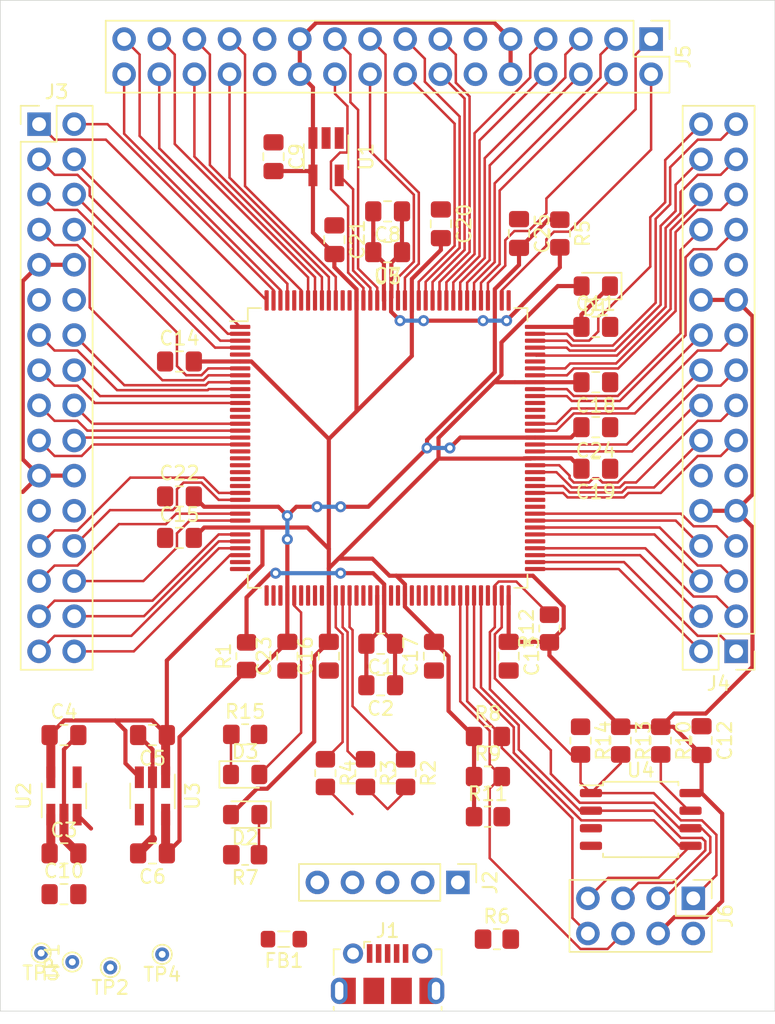
<source format=kicad_pcb>
(kicad_pcb (version 20171130) (host pcbnew "(5.1.9-0-10_14)")
  (layers (0 F.Cu signal) (31 B.Cu signal) (34 B.Paste user) (35 F.Paste user) (36 B.SilkS user) (37 F.SilkS user hide) (38 B.Mask user) (39 F.Mask user) (44 Edge.Cuts user))
  (net 0 "")
  (net 1 +5V)
  (net 2 GND)
  (net 3 +3V3)
  (net 4 +1V2)
  (net 5 VPP_2V5)
  (net 6 GNDPLL0)
  (net 7 VCCPLL0)
  (net 8 GNDPLL1)
  (net 9 VCCPLL1)
  (net 10 "Net-(FB1-Pad1)")
  (net 11 "Net-(J1-Pad6)")
  (net 12 "Net-(J1-Pad2)")
  (net 13 "Net-(J1-Pad4)")
  (net 14 "Net-(J1-Pad3)")
  (net 15 USB_PU)
  (net 16 USB_P)
  (net 17 USB_N)
  (net 18 CRESET)
  (net 19 CDONE)
  (net 20 SPI_SCK)
  (net 21 SPI_SS)
  (net 22 "Net-(U1-Pad2)")
  (net 23 SPI_MOSI)
  (net 24 SPI_MISO)
  (net 25 "Net-(U2-Pad4)")
  (net 26 "Net-(U3-Pad4)")
  (net 27 CLK)
  (net 28 "Net-(D2-Pad1)")
  (net 29 "Net-(R10-Pad2)")
  (net 30 "Net-(R11-Pad2)")
  (net 31 "Net-(U5-Pad19)")
  (net 32 "Net-(U5-Pad20)")
  (net 33 "Net-(U5-Pad21)")
  (net 34 "Net-(U5-Pad22)")
  (net 35 "Net-(U5-Pad23)")
  (net 36 "Net-(U5-Pad24)")
  (net 37 "Net-(U5-Pad35)")
  (net 38 "Net-(U5-Pad36)")
  (net 39 "Net-(U5-Pad37)")
  (net 40 "Net-(U5-Pad38)")
  (net 41 "Net-(U5-Pad39)")
  (net 42 "Net-(U5-Pad42)")
  (net 43 "Net-(U5-Pad43)")
  (net 44 "Net-(U5-Pad44)")
  (net 45 "Net-(U5-Pad45)")
  (net 46 "Net-(U5-Pad50)")
  (net 47 "Net-(U5-Pad51)")
  (net 48 "Net-(U5-Pad52)")
  (net 49 "Net-(U5-Pad55)")
  (net 50 "Net-(U5-Pad56)")
  (net 51 "Net-(U5-Pad58)")
  (net 52 "Net-(U5-Pad60)")
  (net 53 "Net-(U5-Pad61)")
  (net 54 "Net-(U5-Pad62)")
  (net 55 "Net-(U5-Pad63)")
  (net 56 "Net-(U5-Pad64)")
  (net 57 "Net-(U5-Pad77)")
  (net 58 "Net-(U5-Pad82)")
  (net 59 "Net-(U5-Pad83)")
  (net 60 "Net-(U5-Pad95)")
  (net 61 "Net-(U5-Pad96)")
  (net 62 "Net-(U5-Pad97)")
  (net 63 "Net-(U5-Pad109)")
  (net 64 "Net-(U5-Pad133)")
  (net 65 LED)
  (net 66 "Net-(D3-Pad1)")
  (net 67 gp_b_24)
  (net 68 gp_b_23)
  (net 69 gp_b_22)
  (net 70 gp_b_21)
  (net 71 gp_b_20)
  (net 72 gp_b_19)
  (net 73 gp_b_18)
  (net 74 gp_b_17)
  (net 75 gp_a_8)
  (net 76 gp_a_7)
  (net 77 gp_a_6)
  (net 78 gp_a_5)
  (net 79 gp_a_4)
  (net 80 gp_a_3)
  (net 81 gp_a_2)
  (net 82 gp_a_1)
  (net 83 gp_a_16)
  (net 84 gp_a_15)
  (net 85 gp_a_14)
  (net 86 gp_a_13)
  (net 87 gp_a_12)
  (net 88 gp_a_11)
  (net 89 gp_a_10)
  (net 90 gp_a_9)
  (net 91 gp_a_24)
  (net 92 gp_a_23)
  (net 93 gp_a_22)
  (net 94 gp_a_21)
  (net 95 gp_a_20)
  (net 96 gp_a_19)
  (net 97 gp_a_18)
  (net 98 gp_a_17)
  (net 99 gp_c_8)
  (net 100 gp_c_7)
  (net 101 gp_c_6)
  (net 102 gp_c_5)
  (net 103 gp_c_4)
  (net 104 gp_c_3)
  (net 105 gp_c_2)
  (net 106 gp_c_1)
  (net 107 gp_b_16)
  (net 108 gp_b_15)
  (net 109 gp_b_14)
  (net 110 gp_b_13)
  (net 111 gp_b_12)
  (net 112 gp_b_11)
  (net 113 gp_b_10)
  (net 114 gp_b_9)
  (net 115 gp_b_8)
  (net 116 gp_b_7)
  (net 117 gp_b_6)
  (net 118 gp_b_5)
  (net 119 gp_b_4)
  (net 120 gp_b_3)
  (net 121 gp_b_2)
  (net 122 gp_b_1)
  (net 123 gp_c_24)
  (net 124 gp_c_23)
  (net 125 gp_c_22)
  (net 126 gp_c_21)
  (net 127 gp_c_20)
  (net 128 gp_c_19)
  (net 129 gp_c_18)
  (net 130 gp_c_17)
  (net 131 gp_c_16)
  (net 132 gp_c_15)
  (net 133 gp_c_14)
  (net 134 gp_c_13)
  (net 135 gp_c_12)
  (net 136 gp_c_11)
  (net 137 gp_c_10)
  (net 138 gp_c_9)
  (module Inductor_SMD:L_0805_2012Metric_Pad1.05x1.20mm_HandSolder (layer F.Cu) (at 112.5 125.5 180)
    (fp_text reference FB1 (at 0 -1.55) (layer F.SilkS))
    (fp_text value 30/33)
    (pad 1 smd roundrect (at -1.15 0 180) (size 1.05 1.2) (layers F.Cu F.Paste F.Mask) (roundrect_rratio 0.238095) (net 10 "Net-(FB1-Pad1)"))
    (pad 2 smd roundrect (at 1.15 0 180) (size 1.05 1.2) (layers F.Cu F.Paste F.Mask) (roundrect_rratio 0.238095) (net 1 +5V))
  )
  (module Package_TO_SOT_SMD:SOT-23-5_HandSoldering (layer F.Cu) (at 96.6 115.15 90)
    (fp_text reference U2 (at 0 -2.9 90) (layer F.SilkS))
    (fp_text value TLV73333PDBV)
    (pad 1 smd rect (at -1.35 -0.95 90) (size 1.56 0.65) (layers F.Cu F.Paste F.Mask) (net 1 +5V))
    (pad 2 smd rect (at -1.35 0 90) (size 1.56 0.65) (layers F.Cu F.Paste F.Mask) (net 2 GND))
    (pad 3 smd rect (at -1.35 0.95 90) (size 1.56 0.65) (layers F.Cu F.Paste F.Mask) (net 1 +5V))
    (pad 4 smd rect (at 1.35 0.95 90) (size 1.56 0.65) (layers F.Cu F.Paste F.Mask) (net 25 "Net-(U2-Pad4)"))
    (pad 5 smd rect (at 1.35 -0.95 90) (size 1.56 0.65) (layers F.Cu F.Paste F.Mask) (net 3 +3V3))
  )
  (module Capacitor_SMD:C_0805_2012Metric_Pad1.18x1.45mm_HandSolder (layer F.Cu) (at 96.6 119.3)
    (fp_text reference C3 (at 0 -1.68) (layer F.SilkS))
    (fp_text value 1uF)
    (pad 1 smd roundrect (at -1.0375 0) (size 1.175 1.45) (layers F.Cu F.Paste F.Mask) (roundrect_rratio 0.212766) (net 1 +5V))
    (pad 2 smd roundrect (at 1.0375 0) (size 1.175 1.45) (layers F.Cu F.Paste F.Mask) (roundrect_rratio 0.212766) (net 2 GND))
  )
  (module Capacitor_SMD:C_0805_2012Metric_Pad1.18x1.45mm_HandSolder (layer F.Cu) (at 96.6 110.75)
    (fp_text reference C4 (at 0 -1.68) (layer F.SilkS))
    (fp_text value 1uF)
    (pad 2 smd roundrect (at 1.0375 0) (size 1.175 1.45) (layers F.Cu F.Paste F.Mask) (roundrect_rratio 0.212766) (net 2 GND))
    (pad 1 smd roundrect (at -1.0375 0) (size 1.175 1.45) (layers F.Cu F.Paste F.Mask) (roundrect_rratio 0.212766) (net 3 +3V3))
  )
  (module Capacitor_SMD:C_0805_2012Metric_Pad1.18x1.45mm_HandSolder (layer F.Cu) (at 129.5 74.5 270)
    (fp_text reference C25 (at 0 -1.68 90) (layer F.SilkS))
    (fp_text value 0.1uF)
    (pad 2 smd roundrect (at 1.0375 0 270) (size 1.175 1.45) (layers F.Cu F.Paste F.Mask) (roundrect_rratio 0.212766) (net 4 +1V2))
    (pad 1 smd roundrect (at -1.0375 0 270) (size 1.175 1.45) (layers F.Cu F.Paste F.Mask) (roundrect_rratio 0.212766) (net 2 GND))
  )
  (module Capacitor_SMD:C_0805_2012Metric_Pad1.18x1.45mm_HandSolder (layer F.Cu) (at 123.85 73.8 270)
    (fp_text reference C20 (at 0 -1.68 90) (layer F.SilkS))
    (fp_text value 0.1uF)
    (pad 2 smd roundrect (at 1.0375 0 270) (size 1.175 1.45) (layers F.Cu F.Paste F.Mask) (roundrect_rratio 0.212766) (net 3 +3V3))
    (pad 1 smd roundrect (at -1.0375 0 270) (size 1.175 1.45) (layers F.Cu F.Paste F.Mask) (roundrect_rratio 0.212766) (net 2 GND))
  )
  (module TestPoint:TestPoint_THTPad_D1.0mm_Drill0.5mm (layer F.Cu) (at 99.95 127.55 180)
    (fp_text reference TP2 (at 0 -1.448) (layer F.SilkS))
    (fp_text value TestPoint)
    (pad 1 thru_hole circle (at 0 0 180) (size 1 1) (drill 0.5) (layers *.Cu *.Mask) (net 3 +3V3))
  )
  (module Connector_PinHeader_2.54mm:PinHeader_2x04_P2.54mm_Vertical (layer F.Cu) (at 142.1 122.55 270)
    (fp_text reference J6 (at 1.27 -2.33 90) (layer F.SilkS))
    (fp_text value Conn_02x04_Odd_Even)
    (pad 8 thru_hole oval (at 2.54 7.62 270) (size 1.7 1.7) (drill 1) (layers *.Cu *.Mask) (net 18 CRESET))
    (pad 7 thru_hole oval (at 0 7.62 270) (size 1.7 1.7) (drill 1) (layers *.Cu *.Mask) (net 23 SPI_MOSI))
    (pad 6 thru_hole oval (at 2.54 5.08 270) (size 1.7 1.7) (drill 1) (layers *.Cu *.Mask) (net 19 CDONE))
    (pad 5 thru_hole oval (at 0 5.08 270) (size 1.7 1.7) (drill 1) (layers *.Cu *.Mask) (net 24 SPI_MISO))
    (pad 4 thru_hole oval (at 2.54 2.54 270) (size 1.7 1.7) (drill 1) (layers *.Cu *.Mask) (net 3 +3V3))
    (pad 3 thru_hole oval (at 0 2.54 270) (size 1.7 1.7) (drill 1) (layers *.Cu *.Mask) (net 20 SPI_SCK))
    (pad 2 thru_hole oval (at 2.54 0 270) (size 1.7 1.7) (drill 1) (layers *.Cu *.Mask) (net 2 GND))
    (pad 1 thru_hole rect (at 0 0 270) (size 1.7 1.7) (drill 1) (layers *.Cu *.Mask) (net 21 SPI_SS))
  )
  (module Connector_PinHeader_2.54mm:PinHeader_2x16_P2.54mm_Vertical (layer F.Cu) (at 139.05 60.45 270)
    (fp_text reference J5 (at 1.27 -2.33 90) (layer F.SilkS))
    (fp_text value Conn_02x16_Odd_Even)
    (pad 32 thru_hole oval (at 2.54 38.1 270) (size 1.7 1.7) (drill 1) (layers *.Cu *.Mask) (net 67 gp_b_24))
    (pad 31 thru_hole oval (at 0 38.1 270) (size 1.7 1.7) (drill 1) (layers *.Cu *.Mask) (net 68 gp_b_23))
    (pad 30 thru_hole oval (at 2.54 35.56 270) (size 1.7 1.7) (drill 1) (layers *.Cu *.Mask) (net 69 gp_b_22))
    (pad 29 thru_hole oval (at 0 35.56 270) (size 1.7 1.7) (drill 1) (layers *.Cu *.Mask) (net 70 gp_b_21))
    (pad 28 thru_hole oval (at 2.54 33.02 270) (size 1.7 1.7) (drill 1) (layers *.Cu *.Mask) (net 71 gp_b_20))
    (pad 27 thru_hole oval (at 0 33.02 270) (size 1.7 1.7) (drill 1) (layers *.Cu *.Mask) (net 72 gp_b_19))
    (pad 26 thru_hole oval (at 2.54 30.48 270) (size 1.7 1.7) (drill 1) (layers *.Cu *.Mask) (net 73 gp_b_18))
    (pad 25 thru_hole oval (at 0 30.48 270) (size 1.7 1.7) (drill 1) (layers *.Cu *.Mask) (net 74 gp_b_17))
    (pad 24 thru_hole oval (at 2.54 27.94 270) (size 1.7 1.7) (drill 1) (layers *.Cu *.Mask) (net 2 GND))
    (pad 23 thru_hole oval (at 0 27.94 270) (size 1.7 1.7) (drill 1) (layers *.Cu *.Mask) (net 2 GND))
    (pad 22 thru_hole oval (at 2.54 25.4 270) (size 1.7 1.7) (drill 1) (layers *.Cu *.Mask) (net 3 +3V3))
    (pad 21 thru_hole oval (at 0 25.4 270) (size 1.7 1.7) (drill 1) (layers *.Cu *.Mask) (net 3 +3V3))
    (pad 20 thru_hole oval (at 2.54 22.86 270) (size 1.7 1.7) (drill 1) (layers *.Cu *.Mask) (net 107 gp_b_16))
    (pad 19 thru_hole oval (at 0 22.86 270) (size 1.7 1.7) (drill 1) (layers *.Cu *.Mask) (net 108 gp_b_15))
    (pad 18 thru_hole oval (at 2.54 20.32 270) (size 1.7 1.7) (drill 1) (layers *.Cu *.Mask) (net 109 gp_b_14))
    (pad 17 thru_hole oval (at 0 20.32 270) (size 1.7 1.7) (drill 1) (layers *.Cu *.Mask) (net 110 gp_b_13))
    (pad 16 thru_hole oval (at 2.54 17.78 270) (size 1.7 1.7) (drill 1) (layers *.Cu *.Mask) (net 111 gp_b_12))
    (pad 15 thru_hole oval (at 0 17.78 270) (size 1.7 1.7) (drill 1) (layers *.Cu *.Mask) (net 112 gp_b_11))
    (pad 14 thru_hole oval (at 2.54 15.24 270) (size 1.7 1.7) (drill 1) (layers *.Cu *.Mask) (net 113 gp_b_10))
    (pad 13 thru_hole oval (at 0 15.24 270) (size 1.7 1.7) (drill 1) (layers *.Cu *.Mask) (net 114 gp_b_9))
    (pad 12 thru_hole oval (at 2.54 12.7 270) (size 1.7 1.7) (drill 1) (layers *.Cu *.Mask) (net 2 GND))
    (pad 11 thru_hole oval (at 0 12.7 270) (size 1.7 1.7) (drill 1) (layers *.Cu *.Mask) (net 2 GND))
    (pad 10 thru_hole oval (at 2.54 10.16 270) (size 1.7 1.7) (drill 1) (layers *.Cu *.Mask) (net 3 +3V3))
    (pad 9 thru_hole oval (at 0 10.16 270) (size 1.7 1.7) (drill 1) (layers *.Cu *.Mask) (net 3 +3V3))
    (pad 8 thru_hole oval (at 2.54 7.62 270) (size 1.7 1.7) (drill 1) (layers *.Cu *.Mask) (net 115 gp_b_8))
    (pad 7 thru_hole oval (at 0 7.62 270) (size 1.7 1.7) (drill 1) (layers *.Cu *.Mask) (net 116 gp_b_7))
    (pad 6 thru_hole oval (at 2.54 5.08 270) (size 1.7 1.7) (drill 1) (layers *.Cu *.Mask) (net 117 gp_b_6))
    (pad 5 thru_hole oval (at 0 5.08 270) (size 1.7 1.7) (drill 1) (layers *.Cu *.Mask) (net 118 gp_b_5))
    (pad 4 thru_hole oval (at 2.54 2.54 270) (size 1.7 1.7) (drill 1) (layers *.Cu *.Mask) (net 119 gp_b_4))
    (pad 3 thru_hole oval (at 0 2.54 270) (size 1.7 1.7) (drill 1) (layers *.Cu *.Mask) (net 120 gp_b_3))
    (pad 2 thru_hole oval (at 2.54 0 270) (size 1.7 1.7) (drill 1) (layers *.Cu *.Mask) (net 121 gp_b_2))
    (pad 1 thru_hole rect (at 0 0 270) (size 1.7 1.7) (drill 1) (layers *.Cu *.Mask) (net 122 gp_b_1))
  )
  (module Connector_PinHeader_2.54mm:PinHeader_2x16_P2.54mm_Vertical (layer F.Cu) (at 145.2 104.7 180)
    (fp_text reference J4 (at 1.27 -2.33) (layer F.SilkS))
    (fp_text value Conn_02x16_Odd_Even)
    (pad 32 thru_hole oval (at 2.54 38.1 180) (size 1.7 1.7) (drill 1) (layers *.Cu *.Mask) (net 123 gp_c_24))
    (pad 31 thru_hole oval (at 0 38.1 180) (size 1.7 1.7) (drill 1) (layers *.Cu *.Mask) (net 124 gp_c_23))
    (pad 30 thru_hole oval (at 2.54 35.56 180) (size 1.7 1.7) (drill 1) (layers *.Cu *.Mask) (net 125 gp_c_22))
    (pad 29 thru_hole oval (at 0 35.56 180) (size 1.7 1.7) (drill 1) (layers *.Cu *.Mask) (net 126 gp_c_21))
    (pad 28 thru_hole oval (at 2.54 33.02 180) (size 1.7 1.7) (drill 1) (layers *.Cu *.Mask) (net 127 gp_c_20))
    (pad 27 thru_hole oval (at 0 33.02 180) (size 1.7 1.7) (drill 1) (layers *.Cu *.Mask) (net 128 gp_c_19))
    (pad 26 thru_hole oval (at 2.54 30.48 180) (size 1.7 1.7) (drill 1) (layers *.Cu *.Mask) (net 129 gp_c_18))
    (pad 25 thru_hole oval (at 0 30.48 180) (size 1.7 1.7) (drill 1) (layers *.Cu *.Mask) (net 130 gp_c_17))
    (pad 24 thru_hole oval (at 2.54 27.94 180) (size 1.7 1.7) (drill 1) (layers *.Cu *.Mask) (net 2 GND))
    (pad 23 thru_hole oval (at 0 27.94 180) (size 1.7 1.7) (drill 1) (layers *.Cu *.Mask) (net 2 GND))
    (pad 22 thru_hole oval (at 2.54 25.4 180) (size 1.7 1.7) (drill 1) (layers *.Cu *.Mask) (net 3 +3V3))
    (pad 21 thru_hole oval (at 0 25.4 180) (size 1.7 1.7) (drill 1) (layers *.Cu *.Mask) (net 3 +3V3))
    (pad 20 thru_hole oval (at 2.54 22.86 180) (size 1.7 1.7) (drill 1) (layers *.Cu *.Mask) (net 131 gp_c_16))
    (pad 19 thru_hole oval (at 0 22.86 180) (size 1.7 1.7) (drill 1) (layers *.Cu *.Mask) (net 132 gp_c_15))
    (pad 18 thru_hole oval (at 2.54 20.32 180) (size 1.7 1.7) (drill 1) (layers *.Cu *.Mask) (net 133 gp_c_14))
    (pad 17 thru_hole oval (at 0 20.32 180) (size 1.7 1.7) (drill 1) (layers *.Cu *.Mask) (net 134 gp_c_13))
    (pad 16 thru_hole oval (at 2.54 17.78 180) (size 1.7 1.7) (drill 1) (layers *.Cu *.Mask) (net 135 gp_c_12))
    (pad 15 thru_hole oval (at 0 17.78 180) (size 1.7 1.7) (drill 1) (layers *.Cu *.Mask) (net 136 gp_c_11))
    (pad 14 thru_hole oval (at 2.54 15.24 180) (size 1.7 1.7) (drill 1) (layers *.Cu *.Mask) (net 137 gp_c_10))
    (pad 13 thru_hole oval (at 0 15.24 180) (size 1.7 1.7) (drill 1) (layers *.Cu *.Mask) (net 138 gp_c_9))
    (pad 12 thru_hole oval (at 2.54 12.7 180) (size 1.7 1.7) (drill 1) (layers *.Cu *.Mask) (net 2 GND))
    (pad 11 thru_hole oval (at 0 12.7 180) (size 1.7 1.7) (drill 1) (layers *.Cu *.Mask) (net 2 GND))
    (pad 10 thru_hole oval (at 2.54 10.16 180) (size 1.7 1.7) (drill 1) (layers *.Cu *.Mask) (net 3 +3V3))
    (pad 9 thru_hole oval (at 0 10.16 180) (size 1.7 1.7) (drill 1) (layers *.Cu *.Mask) (net 3 +3V3))
    (pad 8 thru_hole oval (at 2.54 7.62 180) (size 1.7 1.7) (drill 1) (layers *.Cu *.Mask) (net 99 gp_c_8))
    (pad 7 thru_hole oval (at 0 7.62 180) (size 1.7 1.7) (drill 1) (layers *.Cu *.Mask) (net 100 gp_c_7))
    (pad 6 thru_hole oval (at 2.54 5.08 180) (size 1.7 1.7) (drill 1) (layers *.Cu *.Mask) (net 101 gp_c_6))
    (pad 5 thru_hole oval (at 0 5.08 180) (size 1.7 1.7) (drill 1) (layers *.Cu *.Mask) (net 102 gp_c_5))
    (pad 4 thru_hole oval (at 2.54 2.54 180) (size 1.7 1.7) (drill 1) (layers *.Cu *.Mask) (net 103 gp_c_4))
    (pad 3 thru_hole oval (at 0 2.54 180) (size 1.7 1.7) (drill 1) (layers *.Cu *.Mask) (net 104 gp_c_3))
    (pad 2 thru_hole oval (at 2.54 0 180) (size 1.7 1.7) (drill 1) (layers *.Cu *.Mask) (net 105 gp_c_2))
    (pad 1 thru_hole rect (at 0 0 180) (size 1.7 1.7) (drill 1) (layers *.Cu *.Mask) (net 106 gp_c_1))
  )
  (module Connector_PinHeader_2.54mm:PinHeader_2x16_P2.54mm_Vertical (layer F.Cu) (at 94.8 66.6)
    (fp_text reference J3 (at 1.27 -2.33) (layer F.SilkS))
    (fp_text value Conn_02x16_Odd_Even)
    (pad 32 thru_hole oval (at 2.54 38.1) (size 1.7 1.7) (drill 1) (layers *.Cu *.Mask) (net 91 gp_a_24))
    (pad 31 thru_hole oval (at 0 38.1) (size 1.7 1.7) (drill 1) (layers *.Cu *.Mask) (net 92 gp_a_23))
    (pad 30 thru_hole oval (at 2.54 35.56) (size 1.7 1.7) (drill 1) (layers *.Cu *.Mask) (net 93 gp_a_22))
    (pad 29 thru_hole oval (at 0 35.56) (size 1.7 1.7) (drill 1) (layers *.Cu *.Mask) (net 94 gp_a_21))
    (pad 28 thru_hole oval (at 2.54 33.02) (size 1.7 1.7) (drill 1) (layers *.Cu *.Mask) (net 95 gp_a_20))
    (pad 27 thru_hole oval (at 0 33.02) (size 1.7 1.7) (drill 1) (layers *.Cu *.Mask) (net 96 gp_a_19))
    (pad 26 thru_hole oval (at 2.54 30.48) (size 1.7 1.7) (drill 1) (layers *.Cu *.Mask) (net 97 gp_a_18))
    (pad 25 thru_hole oval (at 0 30.48) (size 1.7 1.7) (drill 1) (layers *.Cu *.Mask) (net 98 gp_a_17))
    (pad 24 thru_hole oval (at 2.54 27.94) (size 1.7 1.7) (drill 1) (layers *.Cu *.Mask) (net 2 GND))
    (pad 23 thru_hole oval (at 0 27.94) (size 1.7 1.7) (drill 1) (layers *.Cu *.Mask) (net 2 GND))
    (pad 22 thru_hole oval (at 2.54 25.4) (size 1.7 1.7) (drill 1) (layers *.Cu *.Mask) (net 3 +3V3))
    (pad 21 thru_hole oval (at 0 25.4) (size 1.7 1.7) (drill 1) (layers *.Cu *.Mask) (net 3 +3V3))
    (pad 20 thru_hole oval (at 2.54 22.86) (size 1.7 1.7) (drill 1) (layers *.Cu *.Mask) (net 83 gp_a_16))
    (pad 19 thru_hole oval (at 0 22.86) (size 1.7 1.7) (drill 1) (layers *.Cu *.Mask) (net 84 gp_a_15))
    (pad 18 thru_hole oval (at 2.54 20.32) (size 1.7 1.7) (drill 1) (layers *.Cu *.Mask) (net 85 gp_a_14))
    (pad 17 thru_hole oval (at 0 20.32) (size 1.7 1.7) (drill 1) (layers *.Cu *.Mask) (net 86 gp_a_13))
    (pad 16 thru_hole oval (at 2.54 17.78) (size 1.7 1.7) (drill 1) (layers *.Cu *.Mask) (net 87 gp_a_12))
    (pad 15 thru_hole oval (at 0 17.78) (size 1.7 1.7) (drill 1) (layers *.Cu *.Mask) (net 88 gp_a_11))
    (pad 14 thru_hole oval (at 2.54 15.24) (size 1.7 1.7) (drill 1) (layers *.Cu *.Mask) (net 89 gp_a_10))
    (pad 13 thru_hole oval (at 0 15.24) (size 1.7 1.7) (drill 1) (layers *.Cu *.Mask) (net 90 gp_a_9))
    (pad 12 thru_hole oval (at 2.54 12.7) (size 1.7 1.7) (drill 1) (layers *.Cu *.Mask) (net 2 GND))
    (pad 11 thru_hole oval (at 0 12.7) (size 1.7 1.7) (drill 1) (layers *.Cu *.Mask) (net 2 GND))
    (pad 10 thru_hole oval (at 2.54 10.16) (size 1.7 1.7) (drill 1) (layers *.Cu *.Mask) (net 3 +3V3))
    (pad 9 thru_hole oval (at 0 10.16) (size 1.7 1.7) (drill 1) (layers *.Cu *.Mask) (net 3 +3V3))
    (pad 8 thru_hole oval (at 2.54 7.62) (size 1.7 1.7) (drill 1) (layers *.Cu *.Mask) (net 75 gp_a_8))
    (pad 7 thru_hole oval (at 0 7.62) (size 1.7 1.7) (drill 1) (layers *.Cu *.Mask) (net 76 gp_a_7))
    (pad 6 thru_hole oval (at 2.54 5.08) (size 1.7 1.7) (drill 1) (layers *.Cu *.Mask) (net 77 gp_a_6))
    (pad 5 thru_hole oval (at 0 5.08) (size 1.7 1.7) (drill 1) (layers *.Cu *.Mask) (net 78 gp_a_5))
    (pad 4 thru_hole oval (at 2.54 2.54) (size 1.7 1.7) (drill 1) (layers *.Cu *.Mask) (net 79 gp_a_4))
    (pad 3 thru_hole oval (at 0 2.54) (size 1.7 1.7) (drill 1) (layers *.Cu *.Mask) (net 80 gp_a_3))
    (pad 2 thru_hole oval (at 2.54 0) (size 1.7 1.7) (drill 1) (layers *.Cu *.Mask) (net 81 gp_a_2))
    (pad 1 thru_hole rect (at 0 0) (size 1.7 1.7) (drill 1) (layers *.Cu *.Mask) (net 82 gp_a_1))
  )
  (module Package_QFP:TQFP-144_20x20mm_P0.5mm (layer F.Cu) (at 120 90)
    (fp_text reference U5 (at 0 -12.35) (layer F.SilkS))
    (fp_text value ICE40HX4K-TQ144)
    (pad 1 smd roundrect (at -10.6625 -8.75) (size 1.475 0.3) (layers F.Cu F.Paste F.Mask) (net 79 gp_a_4))
    (pad 2 smd roundrect (at -10.6625 -8.25) (size 1.475 0.3) (layers F.Cu F.Paste F.Mask) (net 80 gp_a_3))
    (pad 3 smd roundrect (at -10.6625 -7.75) (size 1.475 0.3) (layers F.Cu F.Paste F.Mask) (net 77 gp_a_6))
    (pad 4 smd roundrect (at -10.6625 -7.25) (size 1.475 0.3) (layers F.Cu F.Paste F.Mask) (net 78 gp_a_5))
    (pad 5 smd roundrect (at -10.6625 -6.75) (size 1.475 0.3) (layers F.Cu F.Paste F.Mask) (net 2 GND))
    (pad 6 smd roundrect (at -10.6625 -6.25) (size 1.475 0.3) (layers F.Cu F.Paste F.Mask) (net 3 +3V3))
    (pad 7 smd roundrect (at -10.6625 -5.75) (size 1.475 0.3) (layers F.Cu F.Paste F.Mask) (net 75 gp_a_8))
    (pad 8 smd roundrect (at -10.6625 -5.25) (size 1.475 0.3) (layers F.Cu F.Paste F.Mask) (net 76 gp_a_7))
    (pad 9 smd roundrect (at -10.6625 -4.75) (size 1.475 0.3) (layers F.Cu F.Paste F.Mask) (net 89 gp_a_10))
    (pad 10 smd roundrect (at -10.6625 -4.25) (size 1.475 0.3) (layers F.Cu F.Paste F.Mask) (net 90 gp_a_9))
    (pad 11 smd roundrect (at -10.6625 -3.75) (size 1.475 0.3) (layers F.Cu F.Paste F.Mask) (net 87 gp_a_12))
    (pad 12 smd roundrect (at -10.6625 -3.25) (size 1.475 0.3) (layers F.Cu F.Paste F.Mask) (net 88 gp_a_11))
    (pad 13 smd roundrect (at -10.6625 -2.75) (size 1.475 0.3) (layers F.Cu F.Paste F.Mask) (net 2 GND))
    (pad 14 smd roundrect (at -10.6625 -2.25) (size 1.475 0.3) (layers F.Cu F.Paste F.Mask) (net 2 GND))
    (pad 15 smd roundrect (at -10.6625 -1.75) (size 1.475 0.3) (layers F.Cu F.Paste F.Mask) (net 85 gp_a_14))
    (pad 16 smd roundrect (at -10.6625 -1.25) (size 1.475 0.3) (layers F.Cu F.Paste F.Mask) (net 86 gp_a_13))
    (pad 17 smd roundrect (at -10.6625 -0.75) (size 1.475 0.3) (layers F.Cu F.Paste F.Mask) (net 83 gp_a_16))
    (pad 18 smd roundrect (at -10.6625 -0.25) (size 1.475 0.3) (layers F.Cu F.Paste F.Mask) (net 84 gp_a_15))
    (pad 19 smd roundrect (at -10.6625 0.25) (size 1.475 0.3) (layers F.Cu F.Paste F.Mask) (net 31 "Net-(U5-Pad19)"))
    (pad 20 smd roundrect (at -10.6625 0.75) (size 1.475 0.3) (layers F.Cu F.Paste F.Mask) (net 32 "Net-(U5-Pad20)"))
    (pad 21 smd roundrect (at -10.6625 1.25) (size 1.475 0.3) (layers F.Cu F.Paste F.Mask) (net 33 "Net-(U5-Pad21)"))
    (pad 22 smd roundrect (at -10.6625 1.75) (size 1.475 0.3) (layers F.Cu F.Paste F.Mask) (net 34 "Net-(U5-Pad22)"))
    (pad 23 smd roundrect (at -10.6625 2.25) (size 1.475 0.3) (layers F.Cu F.Paste F.Mask) (net 35 "Net-(U5-Pad23)"))
    (pad 24 smd roundrect (at -10.6625 2.75) (size 1.475 0.3) (layers F.Cu F.Paste F.Mask) (net 36 "Net-(U5-Pad24)"))
    (pad 25 smd roundrect (at -10.6625 3.25) (size 1.475 0.3) (layers F.Cu F.Paste F.Mask) (net 98 gp_a_17))
    (pad 26 smd roundrect (at -10.6625 3.75) (size 1.475 0.3) (layers F.Cu F.Paste F.Mask) (net 97 gp_a_18))
    (pad 27 smd roundrect (at -10.6625 4.25) (size 1.475 0.3) (layers F.Cu F.Paste F.Mask) (net 4 +1V2))
    (pad 28 smd roundrect (at -10.6625 4.75) (size 1.475 0.3) (layers F.Cu F.Paste F.Mask) (net 96 gp_a_19))
    (pad 29 smd roundrect (at -10.6625 5.25) (size 1.475 0.3) (layers F.Cu F.Paste F.Mask) (net 95 gp_a_20))
    (pad 30 smd roundrect (at -10.6625 5.75) (size 1.475 0.3) (layers F.Cu F.Paste F.Mask) (net 3 +3V3))
    (pad 31 smd roundrect (at -10.6625 6.25) (size 1.475 0.3) (layers F.Cu F.Paste F.Mask) (net 94 gp_a_21))
    (pad 32 smd roundrect (at -10.6625 6.75) (size 1.475 0.3) (layers F.Cu F.Paste F.Mask) (net 93 gp_a_22))
    (pad 33 smd roundrect (at -10.6625 7.25) (size 1.475 0.3) (layers F.Cu F.Paste F.Mask) (net 92 gp_a_23))
    (pad 34 smd roundrect (at -10.6625 7.75) (size 1.475 0.3) (layers F.Cu F.Paste F.Mask) (net 91 gp_a_24))
    (pad 35 smd roundrect (at -10.6625 8.25) (size 1.475 0.3) (layers F.Cu F.Paste F.Mask) (net 37 "Net-(U5-Pad35)"))
    (pad 36 smd roundrect (at -10.6625 8.75) (size 1.475 0.3) (layers F.Cu F.Paste F.Mask) (net 38 "Net-(U5-Pad36)"))
    (pad 37 smd roundrect (at -8.75 10.6625) (size 0.3 1.475) (layers F.Cu F.Paste F.Mask) (net 39 "Net-(U5-Pad37)"))
    (pad 38 smd roundrect (at -8.25 10.6625) (size 0.3 1.475) (layers F.Cu F.Paste F.Mask) (net 40 "Net-(U5-Pad38)"))
    (pad 39 smd roundrect (at -7.75 10.6625) (size 0.3 1.475) (layers F.Cu F.Paste F.Mask) (net 41 "Net-(U5-Pad39)"))
    (pad 40 smd roundrect (at -7.25 10.6625) (size 0.3 1.475) (layers F.Cu F.Paste F.Mask) (net 4 +1V2))
    (pad 41 smd roundrect (at -6.75 10.6625) (size 0.3 1.475) (layers F.Cu F.Paste F.Mask) (net 65 LED))
    (pad 42 smd roundrect (at -6.25 10.6625) (size 0.3 1.475) (layers F.Cu F.Paste F.Mask) (net 42 "Net-(U5-Pad42)"))
    (pad 43 smd roundrect (at -5.75 10.6625) (size 0.3 1.475) (layers F.Cu F.Paste F.Mask) (net 43 "Net-(U5-Pad43)"))
    (pad 44 smd roundrect (at -5.25 10.6625) (size 0.3 1.475) (layers F.Cu F.Paste F.Mask) (net 44 "Net-(U5-Pad44)"))
    (pad 45 smd roundrect (at -4.75 10.6625) (size 0.3 1.475) (layers F.Cu F.Paste F.Mask) (net 45 "Net-(U5-Pad45)"))
    (pad 46 smd roundrect (at -4.25 10.6625) (size 0.3 1.475) (layers F.Cu F.Paste F.Mask) (net 3 +3V3))
    (pad 47 smd roundrect (at -3.75 10.6625) (size 0.3 1.475) (layers F.Cu F.Paste F.Mask) (net 17 USB_N))
    (pad 48 smd roundrect (at -3.25 10.6625) (size 0.3 1.475) (layers F.Cu F.Paste F.Mask) (net 16 USB_P))
    (pad 49 smd roundrect (at -2.75 10.6625) (size 0.3 1.475) (layers F.Cu F.Paste F.Mask) (net 15 USB_PU))
    (pad 50 smd roundrect (at -2.25 10.6625) (size 0.3 1.475) (layers F.Cu F.Paste F.Mask) (net 46 "Net-(U5-Pad50)"))
    (pad 51 smd roundrect (at -1.75 10.6625) (size 0.3 1.475) (layers F.Cu F.Paste F.Mask) (net 47 "Net-(U5-Pad51)"))
    (pad 52 smd roundrect (at -1.25 10.6625) (size 0.3 1.475) (layers F.Cu F.Paste F.Mask) (net 48 "Net-(U5-Pad52)"))
    (pad 53 smd roundrect (at -0.75 10.6625) (size 0.3 1.475) (layers F.Cu F.Paste F.Mask) (net 6 GNDPLL0))
    (pad 54 smd roundrect (at -0.25 10.6625) (size 0.3 1.475) (layers F.Cu F.Paste F.Mask) (net 7 VCCPLL0))
    (pad 55 smd roundrect (at 0.25 10.6625) (size 0.3 1.475) (layers F.Cu F.Paste F.Mask) (net 49 "Net-(U5-Pad55)"))
    (pad 56 smd roundrect (at 0.75 10.6625) (size 0.3 1.475) (layers F.Cu F.Paste F.Mask) (net 50 "Net-(U5-Pad56)"))
    (pad 57 smd roundrect (at 1.25 10.6625) (size 0.3 1.475) (layers F.Cu F.Paste F.Mask) (net 3 +3V3))
    (pad 58 smd roundrect (at 1.75 10.6625) (size 0.3 1.475) (layers F.Cu F.Paste F.Mask) (net 51 "Net-(U5-Pad58)"))
    (pad 59 smd roundrect (at 2.25 10.6625) (size 0.3 1.475) (layers F.Cu F.Paste F.Mask) (net 2 GND))
    (pad 60 smd roundrect (at 2.75 10.6625) (size 0.3 1.475) (layers F.Cu F.Paste F.Mask) (net 52 "Net-(U5-Pad60)"))
    (pad 61 smd roundrect (at 3.25 10.6625) (size 0.3 1.475) (layers F.Cu F.Paste F.Mask) (net 53 "Net-(U5-Pad61)"))
    (pad 62 smd roundrect (at 3.75 10.6625) (size 0.3 1.475) (layers F.Cu F.Paste F.Mask) (net 54 "Net-(U5-Pad62)"))
    (pad 63 smd roundrect (at 4.25 10.6625) (size 0.3 1.475) (layers F.Cu F.Paste F.Mask) (net 55 "Net-(U5-Pad63)"))
    (pad 64 smd roundrect (at 4.75 10.6625) (size 0.3 1.475) (layers F.Cu F.Paste F.Mask) (net 56 "Net-(U5-Pad64)"))
    (pad 65 smd roundrect (at 5.25 10.6625) (size 0.3 1.475) (layers F.Cu F.Paste F.Mask) (net 19 CDONE))
    (pad 66 smd roundrect (at 5.75 10.6625) (size 0.3 1.475) (layers F.Cu F.Paste F.Mask) (net 18 CRESET))
    (pad 67 smd roundrect (at 6.25 10.6625) (size 0.3 1.475) (layers F.Cu F.Paste F.Mask) (net 23 SPI_MOSI))
    (pad 68 smd roundrect (at 6.75 10.6625) (size 0.3 1.475) (layers F.Cu F.Paste F.Mask) (net 24 SPI_MISO))
    (pad 69 smd roundrect (at 7.25 10.6625) (size 0.3 1.475) (layers F.Cu F.Paste F.Mask) (net 2 GND))
    (pad 70 smd roundrect (at 7.75 10.6625) (size 0.3 1.475) (layers F.Cu F.Paste F.Mask) (net 20 SPI_SCK))
    (pad 71 smd roundrect (at 8.25 10.6625) (size 0.3 1.475) (layers F.Cu F.Paste F.Mask) (net 21 SPI_SS))
    (pad 72 smd roundrect (at 8.75 10.6625) (size 0.3 1.475) (layers F.Cu F.Paste F.Mask) (net 3 +3V3))
    (pad 73 smd roundrect (at 10.6625 8.75) (size 1.475 0.3) (layers F.Cu F.Paste F.Mask) (net 105 gp_c_2))
    (pad 74 smd roundrect (at 10.6625 8.25) (size 1.475 0.3) (layers F.Cu F.Paste F.Mask) (net 106 gp_c_1))
    (pad 75 smd roundrect (at 10.6625 7.75) (size 1.475 0.3) (layers F.Cu F.Paste F.Mask) (net 103 gp_c_4))
    (pad 76 smd roundrect (at 10.6625 7.25) (size 1.475 0.3) (layers F.Cu F.Paste F.Mask) (net 104 gp_c_3))
    (pad 77 smd roundrect (at 10.6625 6.75) (size 1.475 0.3) (layers F.Cu F.Paste F.Mask) (net 57 "Net-(U5-Pad77)"))
    (pad 78 smd roundrect (at 10.6625 6.25) (size 1.475 0.3) (layers F.Cu F.Paste F.Mask) (net 101 gp_c_6))
    (pad 79 smd roundrect (at 10.6625 5.75) (size 1.475 0.3) (layers F.Cu F.Paste F.Mask) (net 102 gp_c_5))
    (pad 80 smd roundrect (at 10.6625 5.25) (size 1.475 0.3) (layers F.Cu F.Paste F.Mask) (net 99 gp_c_8))
    (pad 81 smd roundrect (at 10.6625 4.75) (size 1.475 0.3) (layers F.Cu F.Paste F.Mask) (net 100 gp_c_7))
    (pad 82 smd roundrect (at 10.6625 4.25) (size 1.475 0.3) (layers F.Cu F.Paste F.Mask) (net 58 "Net-(U5-Pad82)"))
    (pad 83 smd roundrect (at 10.6625 3.75) (size 1.475 0.3) (layers F.Cu F.Paste F.Mask) (net 59 "Net-(U5-Pad83)"))
    (pad 84 smd roundrect (at 10.6625 3.25) (size 1.475 0.3) (layers F.Cu F.Paste F.Mask) (net 138 gp_c_9))
    (pad 85 smd roundrect (at 10.6625 2.75) (size 1.475 0.3) (layers F.Cu F.Paste F.Mask) (net 137 gp_c_10))
    (pad 86 smd roundrect (at 10.6625 2.25) (size 1.475 0.3) (layers F.Cu F.Paste F.Mask) (net 2 GND))
    (pad 87 smd roundrect (at 10.6625 1.75) (size 1.475 0.3) (layers F.Cu F.Paste F.Mask) (net 136 gp_c_11))
    (pad 88 smd roundrect (at 10.6625 1.25) (size 1.475 0.3) (layers F.Cu F.Paste F.Mask) (net 135 gp_c_12))
    (pad 89 smd roundrect (at 10.6625 0.75) (size 1.475 0.3) (layers F.Cu F.Paste F.Mask) (net 3 +3V3))
    (pad 90 smd roundrect (at 10.6625 0.25) (size 1.475 0.3) (layers F.Cu F.Paste F.Mask) (net 134 gp_c_13))
    (pad 91 smd roundrect (at 10.6625 -0.25) (size 1.475 0.3) (layers F.Cu F.Paste F.Mask) (net 133 gp_c_14))
    (pad 92 smd roundrect (at 10.6625 -0.75) (size 1.475 0.3) (layers F.Cu F.Paste F.Mask) (net 4 +1V2))
    (pad 93 smd roundrect (at 10.6625 -1.25) (size 1.475 0.3) (layers F.Cu F.Paste F.Mask) (net 132 gp_c_15))
    (pad 94 smd roundrect (at 10.6625 -1.75) (size 1.475 0.3) (layers F.Cu F.Paste F.Mask) (net 131 gp_c_16))
    (pad 95 smd roundrect (at 10.6625 -2.25) (size 1.475 0.3) (layers F.Cu F.Paste F.Mask) (net 60 "Net-(U5-Pad95)"))
    (pad 96 smd roundrect (at 10.6625 -2.75) (size 1.475 0.3) (layers F.Cu F.Paste F.Mask) (net 61 "Net-(U5-Pad96)"))
    (pad 97 smd roundrect (at 10.6625 -3.25) (size 1.475 0.3) (layers F.Cu F.Paste F.Mask) (net 62 "Net-(U5-Pad97)"))
    (pad 98 smd roundrect (at 10.6625 -3.75) (size 1.475 0.3) (layers F.Cu F.Paste F.Mask) (net 130 gp_c_17))
    (pad 99 smd roundrect (at 10.6625 -4.25) (size 1.475 0.3) (layers F.Cu F.Paste F.Mask) (net 129 gp_c_18))
    (pad 100 smd roundrect (at 10.6625 -4.75) (size 1.475 0.3) (layers F.Cu F.Paste F.Mask) (net 3 +3V3))
    (pad 101 smd roundrect (at 10.6625 -5.25) (size 1.475 0.3) (layers F.Cu F.Paste F.Mask) (net 128 gp_c_19))
    (pad 102 smd roundrect (at 10.6625 -5.75) (size 1.475 0.3) (layers F.Cu F.Paste F.Mask) (net 127 gp_c_20))
    (pad 103 smd roundrect (at 10.6625 -6.25) (size 1.475 0.3) (layers F.Cu F.Paste F.Mask) (net 2 GND))
    (pad 104 smd roundrect (at 10.6625 -6.75) (size 1.475 0.3) (layers F.Cu F.Paste F.Mask) (net 126 gp_c_21))
    (pad 105 smd roundrect (at 10.6625 -7.25) (size 1.475 0.3) (layers F.Cu F.Paste F.Mask) (net 125 gp_c_22))
    (pad 106 smd roundrect (at 10.6625 -7.75) (size 1.475 0.3) (layers F.Cu F.Paste F.Mask) (net 124 gp_c_23))
    (pad 107 smd roundrect (at 10.6625 -8.25) (size 1.475 0.3) (layers F.Cu F.Paste F.Mask) (net 123 gp_c_24))
    (pad 108 smd roundrect (at 10.6625 -8.75) (size 1.475 0.3) (layers F.Cu F.Paste F.Mask) (net 5 VPP_2V5))
    (pad 109 smd roundrect (at 8.75 -10.6625) (size 0.3 1.475) (layers F.Cu F.Paste F.Mask) (net 63 "Net-(U5-Pad109)"))
    (pad 110 smd roundrect (at 8.25 -10.6625) (size 0.3 1.475) (layers F.Cu F.Paste F.Mask) (net 121 gp_b_2))
    (pad 111 smd roundrect (at 7.75 -10.6625) (size 0.3 1.475) (layers F.Cu F.Paste F.Mask) (net 4 +1V2))
    (pad 112 smd roundrect (at 7.25 -10.6625) (size 0.3 1.475) (layers F.Cu F.Paste F.Mask) (net 122 gp_b_1))
    (pad 113 smd roundrect (at 6.75 -10.6625) (size 0.3 1.475) (layers F.Cu F.Paste F.Mask) (net 119 gp_b_4))
    (pad 114 smd roundrect (at 6.25 -10.6625) (size 0.3 1.475) (layers F.Cu F.Paste F.Mask) (net 120 gp_b_3))
    (pad 115 smd roundrect (at 5.75 -10.6625) (size 0.3 1.475) (layers F.Cu F.Paste F.Mask) (net 117 gp_b_6))
    (pad 116 smd roundrect (at 5.25 -10.6625) (size 0.3 1.475) (layers F.Cu F.Paste F.Mask) (net 118 gp_b_5))
    (pad 117 smd roundrect (at 4.75 -10.6625) (size 0.3 1.475) (layers F.Cu F.Paste F.Mask) (net 115 gp_b_8))
    (pad 118 smd roundrect (at 4.25 -10.6625) (size 0.3 1.475) (layers F.Cu F.Paste F.Mask) (net 116 gp_b_7))
    (pad 119 smd roundrect (at 3.75 -10.6625) (size 0.3 1.475) (layers F.Cu F.Paste F.Mask) (net 114 gp_b_9))
    (pad 120 smd roundrect (at 3.25 -10.6625) (size 0.3 1.475) (layers F.Cu F.Paste F.Mask) (net 113 gp_b_10))
    (pad 121 smd roundrect (at 2.75 -10.6625) (size 0.3 1.475) (layers F.Cu F.Paste F.Mask) (net 112 gp_b_11))
    (pad 122 smd roundrect (at 2.25 -10.6625) (size 0.3 1.475) (layers F.Cu F.Paste F.Mask) (net 111 gp_b_12))
    (pad 123 smd roundrect (at 1.75 -10.6625) (size 0.3 1.475) (layers F.Cu F.Paste F.Mask) (net 3 +3V3))
    (pad 124 smd roundrect (at 1.25 -10.6625) (size 0.3 1.475) (layers F.Cu F.Paste F.Mask) (net 110 gp_b_13))
    (pad 125 smd roundrect (at 0.75 -10.6625) (size 0.3 1.475) (layers F.Cu F.Paste F.Mask) (net 109 gp_b_14))
    (pad 126 smd roundrect (at 0.25 -10.6625) (size 0.3 1.475) (layers F.Cu F.Paste F.Mask) (net 9 VCCPLL1))
    (pad 127 smd roundrect (at -0.25 -10.6625) (size 0.3 1.475) (layers F.Cu F.Paste F.Mask) (net 8 GNDPLL1))
    (pad 128 smd roundrect (at -0.75 -10.6625) (size 0.3 1.475) (layers F.Cu F.Paste F.Mask) (net 108 gp_b_15))
    (pad 129 smd roundrect (at -1.25 -10.6625) (size 0.3 1.475) (layers F.Cu F.Paste F.Mask) (net 27 CLK))
    (pad 130 smd roundrect (at -1.75 -10.6625) (size 0.3 1.475) (layers F.Cu F.Paste F.Mask) (net 107 gp_b_16))
    (pad 131 smd roundrect (at -2.25 -10.6625) (size 0.3 1.475) (layers F.Cu F.Paste F.Mask) (net 3 +3V3))
    (pad 132 smd roundrect (at -2.75 -10.6625) (size 0.3 1.475) (layers F.Cu F.Paste F.Mask) (net 2 GND))
    (pad 133 smd roundrect (at -3.25 -10.6625) (size 0.3 1.475) (layers F.Cu F.Paste F.Mask) (net 64 "Net-(U5-Pad133)"))
    (pad 134 smd roundrect (at -3.75 -10.6625) (size 0.3 1.475) (layers F.Cu F.Paste F.Mask) (net 74 gp_b_17))
    (pad 135 smd roundrect (at -4.25 -10.6625) (size 0.3 1.475) (layers F.Cu F.Paste F.Mask) (net 73 gp_b_18))
    (pad 136 smd roundrect (at -4.75 -10.6625) (size 0.3 1.475) (layers F.Cu F.Paste F.Mask) (net 72 gp_b_19))
    (pad 137 smd roundrect (at -5.25 -10.6625) (size 0.3 1.475) (layers F.Cu F.Paste F.Mask) (net 71 gp_b_20))
    (pad 138 smd roundrect (at -5.75 -10.6625) (size 0.3 1.475) (layers F.Cu F.Paste F.Mask) (net 70 gp_b_21))
    (pad 139 smd roundrect (at -6.25 -10.6625) (size 0.3 1.475) (layers F.Cu F.Paste F.Mask) (net 69 gp_b_22))
    (pad 140 smd roundrect (at -6.75 -10.6625) (size 0.3 1.475) (layers F.Cu F.Paste F.Mask) (net 2 GND))
    (pad 141 smd roundrect (at -7.25 -10.6625) (size 0.3 1.475) (layers F.Cu F.Paste F.Mask) (net 68 gp_b_23))
    (pad 142 smd roundrect (at -7.75 -10.6625) (size 0.3 1.475) (layers F.Cu F.Paste F.Mask) (net 67 gp_b_24))
    (pad 143 smd roundrect (at -8.25 -10.6625) (size 0.3 1.475) (layers F.Cu F.Paste F.Mask) (net 81 gp_a_2))
    (pad 144 smd roundrect (at -8.75 -10.6625) (size 0.3 1.475) (layers F.Cu F.Paste F.Mask) (net 82 gp_a_1))
  )
  (module Resistor_SMD:R_0805_2012Metric_Pad1.20x1.40mm_HandSolder (layer F.Cu) (at 109.7 110.7)
    (fp_text reference R15 (at 0 -1.65) (layer F.SilkS))
    (fp_text value 1K)
    (pad 2 smd roundrect (at 1 0) (size 1.2 1.4) (layers F.Cu F.Paste F.Mask) (roundrect_rratio 0.208333) (net 2 GND))
    (pad 1 smd roundrect (at -1 0) (size 1.2 1.4) (layers F.Cu F.Paste F.Mask) (roundrect_rratio 0.208333) (net 66 "Net-(D3-Pad1)"))
  )
  (module Resistor_SMD:R_0805_2012Metric_Pad1.20x1.40mm_HandSolder (layer F.Cu) (at 109.7 119.4 180)
    (fp_text reference R7 (at 0 -1.65) (layer F.SilkS))
    (fp_text value 1K)
    (pad 2 smd roundrect (at 1 0 180) (size 1.2 1.4) (layers F.Cu F.Paste F.Mask) (roundrect_rratio 0.208333) (net 2 GND))
    (pad 1 smd roundrect (at -1 0 180) (size 1.2 1.4) (layers F.Cu F.Paste F.Mask) (roundrect_rratio 0.208333) (net 28 "Net-(D2-Pad1)"))
  )
  (module LED_SMD:LED_0805_2012Metric_Pad1.15x1.40mm_HandSolder (layer F.Cu) (at 109.7 113.6)
    (fp_text reference D3 (at 0 -1.65) (layer F.SilkS))
    (fp_text value LED)
    (pad 2 smd roundrect (at 1.025 0) (size 1.15 1.4) (layers F.Cu F.Paste F.Mask) (roundrect_rratio 0.217391) (net 65 LED))
    (pad 1 smd roundrect (at -1.025 0) (size 1.15 1.4) (layers F.Cu F.Paste F.Mask) (roundrect_rratio 0.217391) (net 66 "Net-(D3-Pad1)"))
  )
  (module LED_SMD:LED_0805_2012Metric_Pad1.15x1.40mm_HandSolder (layer F.Cu) (at 109.7 116.5 180)
    (fp_text reference D2 (at 0 -1.65) (layer F.SilkS))
    (fp_text value LED)
    (pad 2 smd roundrect (at 1.025 0 180) (size 1.15 1.4) (layers F.Cu F.Paste F.Mask) (roundrect_rratio 0.217391) (net 3 +3V3))
    (pad 1 smd roundrect (at -1.025 0 180) (size 1.15 1.4) (layers F.Cu F.Paste F.Mask) (roundrect_rratio 0.217391) (net 28 "Net-(D2-Pad1)"))
  )
  (module TestPoint:TestPoint_THTPad_D1.0mm_Drill0.5mm (layer F.Cu) (at 103.7 126.6 180)
    (fp_text reference TP4 (at 0 -1.448) (layer F.SilkS))
    (fp_text value TestPoint)
    (pad 1 thru_hole circle (at 0 0 180) (size 1 1) (drill 0.5) (layers *.Cu *.Mask) (net 2 GND))
  )
  (module TestPoint:TestPoint_THTPad_D1.0mm_Drill0.5mm (layer F.Cu) (at 94.95 126.5 180)
    (fp_text reference TP3 (at 0 -1.448) (layer F.SilkS))
    (fp_text value TestPoint)
    (pad 1 thru_hole circle (at 0 0 180) (size 1 1) (drill 0.5) (layers *.Cu *.Mask) (net 4 +1V2))
  )
  (module TestPoint:TestPoint_THTPad_D1.0mm_Drill0.5mm (layer F.Cu) (at 97.2 127.15 90)
    (fp_text reference TP1 (at 0 -1.448 90) (layer F.SilkS))
    (fp_text value TestPoint)
    (pad 1 thru_hole circle (at 0 0 90) (size 1 1) (drill 0.5) (layers *.Cu *.Mask) (net 1 +5V))
  )
  (module Capacitor_SMD:C_0805_2012Metric_Pad1.18x1.45mm_HandSolder (layer F.Cu) (at 135.05 88.5 180)
    (fp_text reference C24 (at 0 -1.68) (layer F.SilkS))
    (fp_text value 0.1uF)
    (pad 2 smd roundrect (at 1.0375 0 180) (size 1.175 1.45) (layers F.Cu F.Paste F.Mask) (roundrect_rratio 0.212766) (net 4 +1V2))
    (pad 1 smd roundrect (at -1.0375 0 180) (size 1.175 1.45) (layers F.Cu F.Paste F.Mask) (roundrect_rratio 0.212766) (net 2 GND))
  )
  (module Capacitor_SMD:C_0805_2012Metric_Pad1.18x1.45mm_HandSolder (layer F.Cu) (at 112.75 105.05 90)
    (fp_text reference C23 (at 0 -1.68 90) (layer F.SilkS))
    (fp_text value 0.1uF)
    (pad 2 smd roundrect (at 1.0375 0 90) (size 1.175 1.45) (layers F.Cu F.Paste F.Mask) (roundrect_rratio 0.212766) (net 4 +1V2))
    (pad 1 smd roundrect (at -1.0375 0 90) (size 1.175 1.45) (layers F.Cu F.Paste F.Mask) (roundrect_rratio 0.212766) (net 2 GND))
  )
  (module Capacitor_SMD:C_0805_2012Metric_Pad1.18x1.45mm_HandSolder (layer F.Cu) (at 104.95 93.5)
    (fp_text reference C22 (at 0 -1.68) (layer F.SilkS))
    (fp_text value 0.1uF)
    (pad 2 smd roundrect (at 1.0375 0) (size 1.175 1.45) (layers F.Cu F.Paste F.Mask) (roundrect_rratio 0.212766) (net 4 +1V2))
    (pad 1 smd roundrect (at -1.0375 0) (size 1.175 1.45) (layers F.Cu F.Paste F.Mask) (roundrect_rratio 0.212766) (net 2 GND))
  )
  (module Capacitor_SMD:C_0805_2012Metric_Pad1.18x1.45mm_HandSolder (layer F.Cu) (at 116.15 74.95 270)
    (fp_text reference C21 (at 0 -1.68 90) (layer F.SilkS))
    (fp_text value 0.1uF)
    (pad 2 smd roundrect (at 1.0375 0 270) (size 1.175 1.45) (layers F.Cu F.Paste F.Mask) (roundrect_rratio 0.212766) (net 3 +3V3))
    (pad 1 smd roundrect (at -1.0375 0 270) (size 1.175 1.45) (layers F.Cu F.Paste F.Mask) (roundrect_rratio 0.212766) (net 2 GND))
  )
  (module Capacitor_SMD:C_0805_2012Metric_Pad1.18x1.45mm_HandSolder (layer F.Cu) (at 135.05 91.5 180)
    (fp_text reference C19 (at 0 -1.68) (layer F.SilkS))
    (fp_text value 0.1uF)
    (pad 2 smd roundrect (at 1.0375 0 180) (size 1.175 1.45) (layers F.Cu F.Paste F.Mask) (roundrect_rratio 0.212766) (net 3 +3V3))
    (pad 1 smd roundrect (at -1.0375 0 180) (size 1.175 1.45) (layers F.Cu F.Paste F.Mask) (roundrect_rratio 0.212766) (net 2 GND))
  )
  (module Capacitor_SMD:C_0805_2012Metric_Pad1.18x1.45mm_HandSolder (layer F.Cu) (at 123.35 105.05 90)
    (fp_text reference C17 (at 0 -1.68 90) (layer F.SilkS))
    (fp_text value 0.1uF)
    (pad 2 smd roundrect (at 1.0375 0 90) (size 1.175 1.45) (layers F.Cu F.Paste F.Mask) (roundrect_rratio 0.212766) (net 3 +3V3))
    (pad 1 smd roundrect (at -1.0375 0 90) (size 1.175 1.45) (layers F.Cu F.Paste F.Mask) (roundrect_rratio 0.212766) (net 2 GND))
  )
  (module Capacitor_SMD:C_0805_2012Metric_Pad1.18x1.45mm_HandSolder (layer F.Cu) (at 115.75 105.05 90)
    (fp_text reference C16 (at 0 -1.68 90) (layer F.SilkS))
    (fp_text value 0.1uF)
    (pad 2 smd roundrect (at 1.0375 0 90) (size 1.175 1.45) (layers F.Cu F.Paste F.Mask) (roundrect_rratio 0.212766) (net 3 +3V3))
    (pad 1 smd roundrect (at -1.0375 0 90) (size 1.175 1.45) (layers F.Cu F.Paste F.Mask) (roundrect_rratio 0.212766) (net 2 GND))
  )
  (module Capacitor_SMD:C_0805_2012Metric_Pad1.18x1.45mm_HandSolder (layer F.Cu) (at 104.95 96.5)
    (fp_text reference C15 (at 0 -1.68) (layer F.SilkS))
    (fp_text value 0.1uF)
    (pad 2 smd roundrect (at 1.0375 0) (size 1.175 1.45) (layers F.Cu F.Paste F.Mask) (roundrect_rratio 0.212766) (net 3 +3V3))
    (pad 1 smd roundrect (at -1.0375 0) (size 1.175 1.45) (layers F.Cu F.Paste F.Mask) (roundrect_rratio 0.212766) (net 2 GND))
  )
  (module Capacitor_SMD:C_0805_2012Metric_Pad1.18x1.45mm_HandSolder (layer F.Cu) (at 104.95 83.75)
    (fp_text reference C14 (at 0 -1.68) (layer F.SilkS))
    (fp_text value 0.1uF)
    (pad 2 smd roundrect (at 1.0375 0) (size 1.175 1.45) (layers F.Cu F.Paste F.Mask) (roundrect_rratio 0.212766) (net 3 +3V3))
    (pad 1 smd roundrect (at -1.0375 0) (size 1.175 1.45) (layers F.Cu F.Paste F.Mask) (roundrect_rratio 0.212766) (net 2 GND))
  )
  (module Capacitor_SMD:C_0805_2012Metric_Pad1.18x1.45mm_HandSolder (layer F.Cu) (at 135.05 85.25 180)
    (fp_text reference C18 (at 0 -1.68) (layer F.SilkS))
    (fp_text value 0.1uF)
    (pad 2 smd roundrect (at 1.0375 0 180) (size 1.175 1.45) (layers F.Cu F.Paste F.Mask) (roundrect_rratio 0.212766) (net 3 +3V3))
    (pad 1 smd roundrect (at -1.0375 0 180) (size 1.175 1.45) (layers F.Cu F.Paste F.Mask) (roundrect_rratio 0.212766) (net 2 GND))
  )
  (module Capacitor_SMD:C_0805_2012Metric_Pad1.18x1.45mm_HandSolder (layer F.Cu) (at 96.6 122.25)
    (fp_text reference C10 (at 0 -1.68) (layer F.SilkS))
    (fp_text value 10uF)
    (pad 1 smd roundrect (at -1.0375 0) (size 1.175 1.45) (layers F.Cu F.Paste F.Mask) (roundrect_rratio 0.212766) (net 1 +5V))
    (pad 2 smd roundrect (at 1.0375 0) (size 1.175 1.45) (layers F.Cu F.Paste F.Mask) (roundrect_rratio 0.212766) (net 2 GND))
  )
  (module Capacitor_SMD:C_0805_2012Metric_Pad1.18x1.45mm_HandSolder (layer F.Cu) (at 103 110.75 180)
    (fp_text reference C5 (at 0 -1.68) (layer F.SilkS))
    (fp_text value 1uF)
    (pad 2 smd roundrect (at 1.0375 0 180) (size 1.175 1.45) (layers F.Cu F.Paste F.Mask) (roundrect_rratio 0.212766) (net 2 GND))
    (pad 1 smd roundrect (at -1.0375 0 180) (size 1.175 1.45) (layers F.Cu F.Paste F.Mask) (roundrect_rratio 0.212766) (net 3 +3V3))
  )
  (module Capacitor_SMD:C_0805_2012Metric_Pad1.18x1.45mm_HandSolder (layer F.Cu) (at 103 119.3 180)
    (fp_text reference C6 (at 0 -1.68) (layer F.SilkS))
    (fp_text value 1uF)
    (pad 1 smd roundrect (at -1.0375 0 180) (size 1.175 1.45) (layers F.Cu F.Paste F.Mask) (roundrect_rratio 0.212766) (net 4 +1V2))
    (pad 2 smd roundrect (at 1.0375 0 180) (size 1.175 1.45) (layers F.Cu F.Paste F.Mask) (roundrect_rratio 0.212766) (net 2 GND))
  )
  (module Capacitor_SMD:C_0805_2012Metric_Pad1.18x1.45mm_HandSolder (layer F.Cu) (at 111.75 68.95 270)
    (fp_text reference C9 (at 0 -1.68 90) (layer F.SilkS))
    (fp_text value 0.1uF)
    (pad 1 smd roundrect (at -1.0375 0 270) (size 1.175 1.45) (layers F.Cu F.Paste F.Mask) (roundrect_rratio 0.212766) (net 2 GND))
    (pad 2 smd roundrect (at 1.0375 0 270) (size 1.175 1.45) (layers F.Cu F.Paste F.Mask) (roundrect_rratio 0.212766) (net 3 +3V3))
  )
  (module Capacitor_SMD:C_0805_2012Metric_Pad1.18x1.45mm_HandSolder (layer F.Cu) (at 142.7 111.15 270)
    (fp_text reference C12 (at 0 -1.68 90) (layer F.SilkS))
    (fp_text value 0.1uF)
    (pad 2 smd roundrect (at 1.0375 0 270) (size 1.175 1.45) (layers F.Cu F.Paste F.Mask) (roundrect_rratio 0.212766) (net 3 +3V3))
    (pad 1 smd roundrect (at -1.0375 0 270) (size 1.175 1.45) (layers F.Cu F.Paste F.Mask) (roundrect_rratio 0.212766) (net 2 GND))
  )
  (module Capacitor_SMD:C_0805_2012Metric_Pad1.18x1.45mm_HandSolder (layer F.Cu) (at 128.75 105.05 270)
    (fp_text reference C13 (at 0 -1.68 90) (layer F.SilkS))
    (fp_text value 0.1uF)
    (pad 2 smd roundrect (at 1.0375 0 270) (size 1.175 1.45) (layers F.Cu F.Paste F.Mask) (roundrect_rratio 0.212766) (net 2 GND))
    (pad 1 smd roundrect (at -1.0375 0 270) (size 1.175 1.45) (layers F.Cu F.Paste F.Mask) (roundrect_rratio 0.212766) (net 3 +3V3))
  )
  (module Capacitor_SMD:C_0805_2012Metric_Pad1.18x1.45mm_HandSolder (layer F.Cu) (at 135.05 81.25)
    (fp_text reference C11 (at 0 -1.68) (layer F.SilkS))
    (fp_text value 0.1uF)
    (pad 2 smd roundrect (at 1.0375 0) (size 1.175 1.45) (layers F.Cu F.Paste F.Mask) (roundrect_rratio 0.212766) (net 2 GND))
    (pad 1 smd roundrect (at -1.0375 0) (size 1.175 1.45) (layers F.Cu F.Paste F.Mask) (roundrect_rratio 0.212766) (net 5 VPP_2V5))
  )
  (module Capacitor_SMD:C_0805_2012Metric_Pad1.18x1.45mm_HandSolder (layer F.Cu) (at 119.5 104.15 180)
    (fp_text reference C1 (at 0 -1.68) (layer F.SilkS))
    (fp_text value 10uF)
    (pad 2 smd roundrect (at 1.0375 0 180) (size 1.175 1.45) (layers F.Cu F.Paste F.Mask) (roundrect_rratio 0.212766) (net 6 GNDPLL0))
    (pad 1 smd roundrect (at -1.0375 0 180) (size 1.175 1.45) (layers F.Cu F.Paste F.Mask) (roundrect_rratio 0.212766) (net 7 VCCPLL0))
  )
  (module Capacitor_SMD:C_0805_2012Metric_Pad1.18x1.45mm_HandSolder (layer F.Cu) (at 120 75.85 180)
    (fp_text reference C7 (at 0 -1.68) (layer F.SilkS))
    (fp_text value 10uF)
    (pad 2 smd roundrect (at 1.0375 0 180) (size 1.175 1.45) (layers F.Cu F.Paste F.Mask) (roundrect_rratio 0.212766) (net 8 GNDPLL1))
    (pad 1 smd roundrect (at -1.0375 0 180) (size 1.175 1.45) (layers F.Cu F.Paste F.Mask) (roundrect_rratio 0.212766) (net 9 VCCPLL1))
  )
  (module Capacitor_SMD:C_0805_2012Metric_Pad1.18x1.45mm_HandSolder (layer F.Cu) (at 119.5 107.15 180)
    (fp_text reference C2 (at 0 -1.68) (layer F.SilkS))
    (fp_text value 0.1uF)
    (pad 1 smd roundrect (at -1.0375 0 180) (size 1.175 1.45) (layers F.Cu F.Paste F.Mask) (roundrect_rratio 0.212766) (net 7 VCCPLL0))
    (pad 2 smd roundrect (at 1.0375 0 180) (size 1.175 1.45) (layers F.Cu F.Paste F.Mask) (roundrect_rratio 0.212766) (net 6 GNDPLL0))
  )
  (module Capacitor_SMD:C_0805_2012Metric_Pad1.18x1.45mm_HandSolder (layer F.Cu) (at 120 72.9 180)
    (fp_text reference C8 (at 0 -1.68) (layer F.SilkS))
    (fp_text value 0.1uF)
    (pad 1 smd roundrect (at -1.0375 0 180) (size 1.175 1.45) (layers F.Cu F.Paste F.Mask) (roundrect_rratio 0.212766) (net 9 VCCPLL1))
    (pad 2 smd roundrect (at 1.0375 0 180) (size 1.175 1.45) (layers F.Cu F.Paste F.Mask) (roundrect_rratio 0.212766) (net 8 GNDPLL1))
  )
  (module Diode_SMD:D_0805_2012Metric_Pad1.15x1.40mm_HandSolder (layer F.Cu) (at 135.05 78.3 180)
    (fp_text reference D1 (at 0 -1.65) (layer F.SilkS))
    (fp_text value Short)
    (pad 1 smd roundrect (at -1.025 0 180) (size 1.15 1.4) (layers F.Cu F.Paste F.Mask) (roundrect_rratio 0.217391) (net 5 VPP_2V5))
    (pad 2 smd roundrect (at 1.025 0 180) (size 1.15 1.4) (layers F.Cu F.Paste F.Mask) (roundrect_rratio 0.217391) (net 3 +3V3))
  )
  (module Connector_USB:USB_Micro-B_Molex-105017-0001 (layer F.Cu) (at 120 128)
    (fp_text reference J1 (at 0 -3.1125) (layer F.SilkS))
    (fp_text value USB_B_Micro)
    (pad 6 smd rect (at 1 1.2375) (size 1.5 1.9) (layers F.Cu F.Paste F.Mask) (net 11 "Net-(J1-Pad6)"))
    (pad 6 thru_hole circle (at -2.5 -1.4625) (size 1.45 1.45) (drill 0.85) (layers *.Cu *.Mask) (net 11 "Net-(J1-Pad6)"))
    (pad 2 smd rect (at -0.65 -1.4625) (size 0.4 1.35) (layers F.Cu F.Paste F.Mask) (net 12 "Net-(J1-Pad2)"))
    (pad 1 smd rect (at -1.3 -1.4625) (size 0.4 1.35) (layers F.Cu F.Paste F.Mask) (net 10 "Net-(FB1-Pad1)"))
    (pad 5 smd rect (at 1.3 -1.4625) (size 0.4 1.35) (layers F.Cu F.Paste F.Mask) (net 2 GND))
    (pad 4 smd rect (at 0.65 -1.4625) (size 0.4 1.35) (layers F.Cu F.Paste F.Mask) (net 13 "Net-(J1-Pad4)"))
    (pad 3 smd rect (at 0 -1.4625) (size 0.4 1.35) (layers F.Cu F.Paste F.Mask) (net 14 "Net-(J1-Pad3)"))
    (pad 6 thru_hole circle (at 2.5 -1.4625) (size 1.45 1.45) (drill 0.85) (layers *.Cu *.Mask) (net 11 "Net-(J1-Pad6)"))
    (pad 6 smd rect (at -1 1.2375) (size 1.5 1.9) (layers F.Cu F.Paste F.Mask) (net 11 "Net-(J1-Pad6)"))
    (pad 6 thru_hole oval (at -3.5 1.2375 180) (size 1.2 1.9) (drill oval 0.6 1.3) (layers *.Cu *.Mask) (net 11 "Net-(J1-Pad6)"))
    (pad 6 thru_hole oval (at 3.5 1.2375) (size 1.2 1.9) (drill oval 0.6 1.3) (layers *.Cu *.Mask) (net 11 "Net-(J1-Pad6)"))
    (pad 6 smd rect (at 2.9 1.2375) (size 1.2 1.9) (layers F.Cu F.Mask) (net 11 "Net-(J1-Pad6)"))
    (pad 6 smd rect (at -2.9 1.2375) (size 1.2 1.9) (layers F.Cu F.Mask) (net 11 "Net-(J1-Pad6)"))
  )
  (module Connector_PinHeader_2.54mm:PinHeader_1x05_P2.54mm_Vertical (layer F.Cu) (at 125.08 121.4 270)
    (fp_text reference J2 (at 0 -2.33 90) (layer F.SilkS))
    (fp_text value USB_Break_Out)
    (pad 1 thru_hole rect (at 0 0 270) (size 1.7 1.7) (drill 1) (layers *.Cu *.Mask) (net 2 GND))
    (pad 2 thru_hole oval (at 0 2.54 270) (size 1.7 1.7) (drill 1) (layers *.Cu *.Mask) (net 13 "Net-(J1-Pad4)"))
    (pad 3 thru_hole oval (at 0 5.08 270) (size 1.7 1.7) (drill 1) (layers *.Cu *.Mask) (net 14 "Net-(J1-Pad3)"))
    (pad 4 thru_hole oval (at 0 7.62 270) (size 1.7 1.7) (drill 1) (layers *.Cu *.Mask) (net 12 "Net-(J1-Pad2)"))
    (pad 5 thru_hole oval (at 0 10.16 270) (size 1.7 1.7) (drill 1) (layers *.Cu *.Mask) (net 10 "Net-(FB1-Pad1)"))
  )
  (module Resistor_SMD:R_0805_2012Metric_Pad1.20x1.40mm_HandSolder (layer F.Cu) (at 121.3 113.5 270)
    (fp_text reference R2 (at 0 -1.65 90) (layer F.SilkS))
    (fp_text value 1.5K)
    (pad 1 smd roundrect (at -1 0 270) (size 1.2 1.4) (layers F.Cu F.Paste F.Mask) (roundrect_rratio 0.208333) (net 15 USB_PU))
    (pad 2 smd roundrect (at 1 0 270) (size 1.2 1.4) (layers F.Cu F.Paste F.Mask) (roundrect_rratio 0.208333) (net 14 "Net-(J1-Pad3)"))
  )
  (module Resistor_SMD:R_0805_2012Metric_Pad1.20x1.40mm_HandSolder (layer F.Cu) (at 118.4 113.5 270)
    (fp_text reference R3 (at 0 -1.65 90) (layer F.SilkS))
    (fp_text value 68)
    (pad 2 smd roundrect (at 1 0 270) (size 1.2 1.4) (layers F.Cu F.Paste F.Mask) (roundrect_rratio 0.208333) (net 14 "Net-(J1-Pad3)"))
    (pad 1 smd roundrect (at -1 0 270) (size 1.2 1.4) (layers F.Cu F.Paste F.Mask) (roundrect_rratio 0.208333) (net 16 USB_P))
  )
  (module Resistor_SMD:R_0805_2012Metric_Pad1.20x1.40mm_HandSolder (layer F.Cu) (at 115.5 113.5 270)
    (fp_text reference R4 (at 0 -1.65 90) (layer F.SilkS))
    (fp_text value 68)
    (pad 2 smd roundrect (at 1 0 270) (size 1.2 1.4) (layers F.Cu F.Paste F.Mask) (roundrect_rratio 0.208333) (net 12 "Net-(J1-Pad2)"))
    (pad 1 smd roundrect (at -1 0 270) (size 1.2 1.4) (layers F.Cu F.Paste F.Mask) (roundrect_rratio 0.208333) (net 17 USB_N))
  )
  (module Resistor_SMD:R_0805_2012Metric_Pad1.20x1.40mm_HandSolder (layer F.Cu) (at 127.25 110.85)
    (fp_text reference R8 (at 0 -1.65) (layer F.SilkS))
    (fp_text value 10K)
    (pad 1 smd roundrect (at -1 0) (size 1.2 1.4) (layers F.Cu F.Paste F.Mask) (roundrect_rratio 0.208333) (net 3 +3V3))
    (pad 2 smd roundrect (at 1 0) (size 1.2 1.4) (layers F.Cu F.Paste F.Mask) (roundrect_rratio 0.208333) (net 18 CRESET))
  )
  (module Resistor_SMD:R_0805_2012Metric_Pad1.20x1.40mm_HandSolder (layer F.Cu) (at 127.25 113.75)
    (fp_text reference R9 (at 0 -1.65) (layer F.SilkS))
    (fp_text value 10K)
    (pad 2 smd roundrect (at 1 0) (size 1.2 1.4) (layers F.Cu F.Paste F.Mask) (roundrect_rratio 0.208333) (net 19 CDONE))
    (pad 1 smd roundrect (at -1 0) (size 1.2 1.4) (layers F.Cu F.Paste F.Mask) (roundrect_rratio 0.208333) (net 3 +3V3))
  )
  (module Resistor_SMD:R_0805_2012Metric_Pad1.20x1.40mm_HandSolder (layer F.Cu) (at 131.7 103.05 90)
    (fp_text reference R12 (at 0 -1.65 90) (layer F.SilkS))
    (fp_text value 10K)
    (pad 2 smd roundrect (at 1 0 90) (size 1.2 1.4) (layers F.Cu F.Paste F.Mask) (roundrect_rratio 0.208333) (net 20 SPI_SCK))
    (pad 1 smd roundrect (at -1 0 90) (size 1.2 1.4) (layers F.Cu F.Paste F.Mask) (roundrect_rratio 0.208333) (net 3 +3V3))
  )
  (module Resistor_SMD:R_0805_2012Metric_Pad1.20x1.40mm_HandSolder (layer F.Cu) (at 136.85 111.15 270)
    (fp_text reference R13 (at 0 -1.65 90) (layer F.SilkS))
    (fp_text value 10K)
    (pad 1 smd roundrect (at -1 0 270) (size 1.2 1.4) (layers F.Cu F.Paste F.Mask) (roundrect_rratio 0.208333) (net 3 +3V3))
    (pad 2 smd roundrect (at 1 0 270) (size 1.2 1.4) (layers F.Cu F.Paste F.Mask) (roundrect_rratio 0.208333) (net 21 SPI_SS))
  )
  (module Resistor_SMD:R_0805_2012Metric_Pad1.20x1.40mm_HandSolder (layer F.Cu) (at 133.95 111.15 270)
    (fp_text reference R14 (at 0 -1.65 90) (layer F.SilkS))
    (fp_text value NP)
    (pad 2 smd roundrect (at 1 0 270) (size 1.2 1.4) (layers F.Cu F.Paste F.Mask) (roundrect_rratio 0.208333) (net 21 SPI_SS))
    (pad 1 smd roundrect (at -1 0 270) (size 1.2 1.4) (layers F.Cu F.Paste F.Mask) (roundrect_rratio 0.208333) (net 2 GND))
  )
  (module Resistor_SMD:R_0805_2012Metric_Pad1.20x1.40mm_HandSolder (layer F.Cu) (at 109.8 105.05 90)
    (fp_text reference R1 (at 0 -1.65 90) (layer F.SilkS))
    (fp_text value 100)
    (pad 1 smd roundrect (at -1 0 90) (size 1.2 1.4) (layers F.Cu F.Paste F.Mask) (roundrect_rratio 0.208333) (net 4 +1V2))
    (pad 2 smd roundrect (at 1 0 90) (size 1.2 1.4) (layers F.Cu F.Paste F.Mask) (roundrect_rratio 0.208333) (net 7 VCCPLL0))
  )
  (module Resistor_SMD:R_0805_2012Metric_Pad1.20x1.40mm_HandSolder (layer F.Cu) (at 132.45 74.5 270)
    (fp_text reference R5 (at 0 -1.65 90) (layer F.SilkS))
    (fp_text value 100)
    (pad 1 smd roundrect (at -1 0 270) (size 1.2 1.4) (layers F.Cu F.Paste F.Mask) (roundrect_rratio 0.208333) (net 4 +1V2))
    (pad 2 smd roundrect (at 1 0 270) (size 1.2 1.4) (layers F.Cu F.Paste F.Mask) (roundrect_rratio 0.208333) (net 9 VCCPLL1))
  )
  (module Resistor_SMD:R_0805_2012Metric_Pad1.20x1.40mm_HandSolder (layer F.Cu) (at 127.9 125.5)
    (fp_text reference R6 (at 0 -1.65) (layer F.SilkS))
    (fp_text value 0)
    (pad 1 smd roundrect (at -1 0) (size 1.2 1.4) (layers F.Cu F.Paste F.Mask) (roundrect_rratio 0.208333) (net 11 "Net-(J1-Pad6)"))
    (pad 2 smd roundrect (at 1 0) (size 1.2 1.4) (layers F.Cu F.Paste F.Mask) (roundrect_rratio 0.208333) (net 2 GND))
  )
  (module Resistor_SMD:R_0805_2012Metric_Pad1.20x1.40mm_HandSolder (layer F.Cu) (at 139.75 111.15 270)
    (fp_text reference R10 (at 0 -1.65 90) (layer F.SilkS))
    (fp_text value 0)
    (pad 2 smd roundrect (at 1 0 270) (size 1.2 1.4) (layers F.Cu F.Paste F.Mask) (roundrect_rratio 0.208333) (net 29 "Net-(R10-Pad2)"))
    (pad 1 smd roundrect (at -1 0 270) (size 1.2 1.4) (layers F.Cu F.Paste F.Mask) (roundrect_rratio 0.208333) (net 3 +3V3))
  )
  (module Resistor_SMD:R_0805_2012Metric_Pad1.20x1.40mm_HandSolder (layer F.Cu) (at 127.25 116.65)
    (fp_text reference R11 (at 0 -1.65) (layer F.SilkS))
    (fp_text value 0)
    (pad 2 smd roundrect (at 1 0) (size 1.2 1.4) (layers F.Cu F.Paste F.Mask) (roundrect_rratio 0.208333) (net 30 "Net-(R11-Pad2)"))
    (pad 1 smd roundrect (at -1 0) (size 1.2 1.4) (layers F.Cu F.Paste F.Mask) (roundrect_rratio 0.208333) (net 3 +3V3))
  )
  (module Package_TO_SOT_SMD:SOT-23-5_HandSoldering (layer F.Cu) (at 103 115.15 270)
    (fp_text reference U3 (at 0 -2.9 90) (layer F.SilkS))
    (fp_text value TLV73312PDBV)
    (pad 5 smd rect (at 1.35 -0.95 270) (size 1.56 0.65) (layers F.Cu F.Paste F.Mask) (net 4 +1V2))
    (pad 4 smd rect (at 1.35 0.95 270) (size 1.56 0.65) (layers F.Cu F.Paste F.Mask) (net 26 "Net-(U3-Pad4)"))
    (pad 3 smd rect (at -1.35 0.95 270) (size 1.56 0.65) (layers F.Cu F.Paste F.Mask) (net 3 +3V3))
    (pad 2 smd rect (at -1.35 0 270) (size 1.56 0.65) (layers F.Cu F.Paste F.Mask) (net 2 GND))
    (pad 1 smd rect (at -1.35 -0.95 270) (size 1.56 0.65) (layers F.Cu F.Paste F.Mask) (net 3 +3V3))
  )
  (module Package_TO_SOT_SMD:SOT-23-5_HandSoldering (layer F.Cu) (at 115.55 68.95 270)
    (fp_text reference U1 (at 0 -2.9 90) (layer F.SilkS))
    (fp_text value SIT2001BI-S2-33E-12.000000G)
    (pad 1 smd rect (at -1.35 -0.95 270) (size 1.56 0.65) (layers F.Cu F.Paste F.Mask) (net 2 GND))
    (pad 2 smd rect (at -1.35 0 270) (size 1.56 0.65) (layers F.Cu F.Paste F.Mask) (net 22 "Net-(U1-Pad2)"))
    (pad 3 smd rect (at -1.35 0.95 270) (size 1.56 0.65) (layers F.Cu F.Paste F.Mask) (net 3 +3V3))
    (pad 4 smd rect (at 1.35 0.95 270) (size 1.56 0.65) (layers F.Cu F.Paste F.Mask) (net 3 +3V3))
    (pad 5 smd rect (at 1.35 -0.95 270) (size 1.56 0.65) (layers F.Cu F.Paste F.Mask) (net 27 CLK))
  )
  (module Package_SO:SOIC-8_5.23x5.23mm_P1.27mm (layer F.Cu) (at 138.3 116.85)
    (fp_text reference U4 (at 0 -3.56) (layer F.SilkS))
    (fp_text value AT25SF081-SHD-X)
    (pad 1 smd roundrect (at -3.6 -1.905) (size 1.6 0.6) (layers F.Cu F.Paste F.Mask) (net 21 SPI_SS))
    (pad 2 smd roundrect (at -3.6 -0.635) (size 1.6 0.6) (layers F.Cu F.Paste F.Mask) (net 24 SPI_MISO))
    (pad 3 smd roundrect (at -3.6 0.635) (size 1.6 0.6) (layers F.Cu F.Paste F.Mask) (net 30 "Net-(R11-Pad2)"))
    (pad 4 smd roundrect (at -3.6 1.905) (size 1.6 0.6) (layers F.Cu F.Paste F.Mask) (net 2 GND))
    (pad 5 smd roundrect (at 3.6 1.905) (size 1.6 0.6) (layers F.Cu F.Paste F.Mask) (net 23 SPI_MOSI))
    (pad 6 smd roundrect (at 3.6 0.635) (size 1.6 0.6) (layers F.Cu F.Paste F.Mask) (net 20 SPI_SCK))
    (pad 7 smd roundrect (at 3.6 -0.635) (size 1.6 0.6) (layers F.Cu F.Paste F.Mask) (net 29 "Net-(R10-Pad2)"))
    (pad 8 smd roundrect (at 3.6 -1.905) (size 1.6 0.6) (layers F.Cu F.Paste F.Mask) (net 3 +3V3))
  )
  (gr_line (start 92 57.65) (end 92 130.7) (layer Edge.Cuts) (width 0.05))
  (gr_line (start 148 130.7) (end 148 57.65) (layer Edge.Cuts) (width 0.05))
  (gr_line (start 92 130.7) (end 148 130.7) (layer Edge.Cuts) (width 0.05))
  (gr_line (start 92 57.65) (end 148 57.65) (layer Edge.Cuts) (width 0.05))
  (segment (start 95.65 119.2125) (end 95.5625 119.3) (width 0.65) (layer F.Cu) (net 1))
  (segment (start 95.65 116.5) (end 95.65 119.2125) (width 0.65) (layer F.Cu) (net 1))
  (segment (start 97.55 116.5) (end 98.55501 117.50501) (width 0.3) (layer F.Cu) (net 1))
  (segment (start 103 118.2625) (end 101.9625 119.3) (width 0.65) (layer F.Cu) (net 2))
  (segment (start 96.6 116.5) (end 96.6 118.2625) (width 0.65) (layer F.Cu) (net 2))
  (segment (start 96.6 118.2625) (end 97.6375 119.3) (width 0.65) (layer F.Cu) (net 2))
  (segment (start 96.6 111.7875) (end 97.6375 110.75) (width 0.3) (layer F.Cu) (net 2))
  (segment (start 96.6 116.5) (end 96.6 111.7875) (width 0.3) (layer F.Cu) (net 2))
  (segment (start 103 118.2625) (end 103 113.8) (width 0.3) (layer F.Cu) (net 2))
  (segment (start 103 111.7875) (end 103 113.8) (width 0.3) (layer F.Cu) (net 2))
  (segment (start 101.9625 110.75) (end 103 111.7875) (width 0.3) (layer F.Cu) (net 2))
  (segment (start 115.75 104.0125) (end 115.75 100.6625) (width 0.3) (layer F.Cu) (net 3))
  (segment (start 128.75 104.0125) (end 128.75 100.6625) (width 0.3) (layer F.Cu) (net 3))
  (segment (start 124.40501 109.00501) (end 126.25 110.85) (width 0.3) (layer F.Cu) (net 3))
  (segment (start 124.40501 105.06751) (end 124.40501 109.00501) (width 0.3) (layer F.Cu) (net 3))
  (segment (start 123.35 104.0125) (end 124.40501 105.06751) (width 0.3) (layer F.Cu) (net 3))
  (segment (start 126.25 110.85) (end 126.25 113.75) (width 0.3) (layer F.Cu) (net 3))
  (segment (start 126.25 113.75) (end 126.25 116.65) (width 0.3) (layer F.Cu) (net 3))
  (segment (start 106.7375 95.75) (end 109.3375 95.75) (width 0.3) (layer F.Cu) (net 3))
  (segment (start 105.9875 96.5) (end 106.7375 95.75) (width 0.3) (layer F.Cu) (net 3))
  (segment (start 105.9875 83.75) (end 109.3375 83.75) (width 0.3) (layer F.Cu) (net 3))
  (segment (start 114.2875 69.9875) (end 114.6 70.3) (width 0.3) (layer F.Cu) (net 3))
  (segment (start 111.75 69.9875) (end 114.2875 69.9875) (width 0.3) (layer F.Cu) (net 3))
  (segment (start 114.6 67.6) (end 114.6 70.3) (width 0.3) (layer F.Cu) (net 3))
  (segment (start 114.6 74.4375) (end 114.6 70.3) (width 0.3) (layer F.Cu) (net 3))
  (segment (start 116.15 75.9875) (end 114.6 74.4375) (width 0.3) (layer F.Cu) (net 3))
  (segment (start 134.0125 85.25) (end 130.6625 85.25) (width 0.3) (layer F.Cu) (net 3))
  (segment (start 133.2625 90.75) (end 130.6625 90.75) (width 0.3) (layer F.Cu) (net 3))
  (segment (start 134.0125 91.5) (end 133.2625 90.75) (width 0.3) (layer F.Cu) (net 3))
  (segment (start 121.75 79.3375) (end 121.75 80.147772) (width 0.3) (layer F.Cu) (net 3))
  (segment (start 109.3375 95.75) (end 110.147772 95.75) (width 0.3) (layer F.Cu) (net 3))
  (segment (start 130.6625 90.75) (end 129.852228 90.75) (width 0.3) (layer F.Cu) (net 3))
  (segment (start 110.147772 83.75) (end 109.3375 83.75) (width 0.3) (layer F.Cu) (net 3))
  (segment (start 115.75 89.352228) (end 110.147772 83.75) (width 0.3) (layer F.Cu) (net 3))
  (segment (start 117.75 87.352228) (end 115.75 89.352228) (width 0.3) (layer F.Cu) (net 3))
  (segment (start 117.75 79.3375) (end 117.75 87.352228) (width 0.3) (layer F.Cu) (net 3))
  (segment (start 121.75 83.352228) (end 117.75 87.352228) (width 0.3) (layer F.Cu) (net 3))
  (segment (start 121.75 79.3375) (end 121.75 83.352228) (width 0.3) (layer F.Cu) (net 3))
  (segment (start 115.75 100.6625) (end 115.75 99.852228) (width 0.3) (layer F.Cu) (net 3))
  (segment (start 114.2 95.75) (end 115.75 97.3) (width 0.3) (layer F.Cu) (net 3))
  (segment (start 115.75 97.3) (end 115.75 89.352228) (width 0.3) (layer F.Cu) (net 3))
  (segment (start 115.75 98.7) (end 115.75 97.3) (width 0.3) (layer F.Cu) (net 3))
  (segment (start 115.75 99.852228) (end 115.75 98.7) (width 0.3) (layer F.Cu) (net 3))
  (segment (start 130.33001 90.76999) (end 123.68001 90.76999) (width 0.3) (layer F.Cu) (net 3))
  (segment (start 130.35 90.75) (end 130.33001 90.76999) (width 0.3) (layer F.Cu) (net 3))
  (segment (start 130.6625 90.75) (end 130.35 90.75) (width 0.3) (layer F.Cu) (net 3))
  (segment (start 130.6625 85.25) (end 129.2 85.25) (width 0.3) (layer F.Cu) (net 3))
  (segment (start 123.68001 90.76999) (end 116.925 97.525) (width 0.3) (layer F.Cu) (net 3))
  (segment (start 129.2 85.25) (end 127.7 85.25) (width 0.3) (layer F.Cu) (net 3))
  (segment (start 123.68001 89.26999) (end 123.68001 90.76999) (width 0.3) (layer F.Cu) (net 3))
  (segment (start 127.7 85.25) (end 123.68001 89.26999) (width 0.3) (layer F.Cu) (net 3))
  (segment (start 131.6625 104.0125) (end 131.7 104.05) (width 0.3) (layer F.Cu) (net 3))
  (segment (start 128.75 104.0125) (end 131.6625 104.0125) (width 0.3) (layer F.Cu) (net 3))
  (segment (start 103.95 113.6) (end 103.95 110.6375) (width 0.65) (layer F.Cu) (net 3))
  (segment (start 120.13498 99.23498) (end 118.9 98) (width 0.3) (layer F.Cu) (net 3))
  (segment (start 116.45 98) (end 115.75 98.7) (width 0.3) (layer F.Cu) (net 3))
  (segment (start 118.9 98) (end 116.45 98) (width 0.3) (layer F.Cu) (net 3))
  (segment (start 116.925 97.525) (end 116.45 98) (width 0.3) (layer F.Cu) (net 3))
  (segment (start 121.25 99.852228) (end 120.632752 99.23498) (width 0.3) (layer F.Cu) (net 3))
  (segment (start 121.25 100.6625) (end 121.25 99.852228) (width 0.3) (layer F.Cu) (net 3))
  (segment (start 120.632752 99.23498) (end 120.61502 99.23498) (width 0.3) (layer F.Cu) (net 3))
  (segment (start 120.61502 99.23498) (end 120.13498 99.23498) (width 0.3) (layer F.Cu) (net 3))
  (segment (start 132.73001 103.01999) (end 131.7 104.05) (width 0.3) (layer F.Cu) (net 3))
  (segment (start 132.73001 101.45975) (end 132.73001 103.01999) (width 0.3) (layer F.Cu) (net 3))
  (segment (start 130.50524 99.23498) (end 132.73001 101.45975) (width 0.3) (layer F.Cu) (net 3))
  (segment (start 120.61502 99.23498) (end 130.50524 99.23498) (width 0.3) (layer F.Cu) (net 3))
  (segment (start 123.35 103.572772) (end 123.35 104.0125) (width 0.3) (layer F.Cu) (net 3))
  (segment (start 121.25 101.472772) (end 123.35 103.572772) (width 0.3) (layer F.Cu) (net 3))
  (segment (start 121.25 100.6625) (end 121.25 101.472772) (width 0.3) (layer F.Cu) (net 3))
  (segment (start 128.23001 82.372218) (end 128.23001 84.71999) (width 0.3) (layer F.Cu) (net 3))
  (segment (start 132.302228 78.3) (end 128.23001 82.372218) (width 0.3) (layer F.Cu) (net 3))
  (segment (start 128.23001 84.71999) (end 127.7 85.25) (width 0.3) (layer F.Cu) (net 3))
  (segment (start 134.025 78.3) (end 132.302228 78.3) (width 0.3) (layer F.Cu) (net 3))
  (segment (start 113.65 60.45) (end 113.65 62.99) (width 0.3) (layer F.Cu) (net 3))
  (segment (start 114.830001 59.269999) (end 113.65 60.45) (width 0.3) (layer F.Cu) (net 3))
  (segment (start 127.709999 59.269999) (end 114.830001 59.269999) (width 0.3) (layer F.Cu) (net 3))
  (segment (start 128.89 60.45) (end 127.709999 59.269999) (width 0.3) (layer F.Cu) (net 3))
  (segment (start 128.89 62.99) (end 128.89 60.45) (width 0.3) (layer F.Cu) (net 3))
  (segment (start 97.34 76.76) (end 94.8 76.76) (width 0.3) (layer F.Cu) (net 3))
  (segment (start 93.619999 77.940001) (end 93.619999 90.819999) (width 0.3) (layer F.Cu) (net 3))
  (segment (start 93.619999 90.819999) (end 94.8 92) (width 0.3) (layer F.Cu) (net 3))
  (segment (start 94.8 76.76) (end 93.619999 77.940001) (width 0.3) (layer F.Cu) (net 3))
  (segment (start 94.8 92) (end 97.34 92) (width 0.3) (layer F.Cu) (net 3))
  (segment (start 142.66 79.3) (end 145.2 79.3) (width 0.3) (layer F.Cu) (net 3))
  (segment (start 146.380001 93.359999) (end 145.2 94.54) (width 0.3) (layer F.Cu) (net 3))
  (segment (start 146.380001 80.480001) (end 146.380001 93.359999) (width 0.3) (layer F.Cu) (net 3))
  (segment (start 145.2 79.3) (end 146.380001 80.480001) (width 0.3) (layer F.Cu) (net 3))
  (segment (start 142.66 94.54) (end 145.2 94.54) (width 0.3) (layer F.Cu) (net 3))
  (segment (start 131.7 105) (end 136.85 110.15) (width 0.3) (layer F.Cu) (net 3))
  (segment (start 131.7 104.05) (end 131.7 105) (width 0.3) (layer F.Cu) (net 3))
  (segment (start 136.85 110.15) (end 139.75 110.15) (width 0.3) (layer F.Cu) (net 3))
  (segment (start 140.6625 110.15) (end 142.7 112.1875) (width 0.3) (layer F.Cu) (net 3))
  (segment (start 139.75 110.15) (end 140.6625 110.15) (width 0.3) (layer F.Cu) (net 3))
  (segment (start 141.9 114.945) (end 142.7 114.945) (width 0.3) (layer F.Cu) (net 3))
  (segment (start 142.7 112.1875) (end 142.7 114.945) (width 0.3) (layer F.Cu) (net 3))
  (segment (start 114.6 63.94) (end 113.65 62.99) (width 0.3) (layer F.Cu) (net 3))
  (segment (start 114.6 67.6) (end 114.6 63.94) (width 0.3) (layer F.Cu) (net 3))
  (segment (start 93.619999 93.180001) (end 94.8 92) (width 0.3) (layer F.Cu) (net 3))
  (segment (start 146.380001 95.720001) (end 145.2 94.54) (width 0.3) (layer F.Cu) (net 3))
  (segment (start 146.380001 105.814001) (end 146.380001 95.720001) (width 0.3) (layer F.Cu) (net 3))
  (segment (start 142.999012 109.19499) (end 146.380001 105.814001) (width 0.3) (layer F.Cu) (net 3))
  (segment (start 140.70501 109.19499) (end 142.999012 109.19499) (width 0.3) (layer F.Cu) (net 3))
  (segment (start 139.75 110.15) (end 140.70501 109.19499) (width 0.3) (layer F.Cu) (net 3))
  (segment (start 140.740001 123.909999) (end 139.56 125.09) (width 0.3) (layer F.Cu) (net 3))
  (segment (start 143.034003 123.909999) (end 140.740001 123.909999) (width 0.3) (layer F.Cu) (net 3))
  (segment (start 144.190031 122.753971) (end 143.034003 123.909999) (width 0.3) (layer F.Cu) (net 3))
  (segment (start 144.190031 116.435031) (end 144.190031 122.753971) (width 0.3) (layer F.Cu) (net 3))
  (segment (start 142.7 114.945) (end 144.190031 116.435031) (width 0.3) (layer F.Cu) (net 3))
  (segment (start 116.15 75.9875) (end 116.15 76.927227) (width 0.3) (layer F.Cu) (net 3))
  (segment (start 116.15 76.927227) (end 117.75 78.527227) (width 0.3) (layer F.Cu) (net 3))
  (segment (start 117.75 78.527227) (end 117.75 79.3375) (width 0.3) (layer F.Cu) (net 3))
  (segment (start 123.85 75.688525) (end 123.85 74.8375) (width 0.3) (layer F.Cu) (net 3))
  (segment (start 121.75 77.788525) (end 123.85 75.688525) (width 0.3) (layer F.Cu) (net 3))
  (segment (start 121.75 79.3375) (end 121.75 77.788525) (width 0.3) (layer F.Cu) (net 3))
  (segment (start 95.65 113.8) (end 95.65 110.8375) (width 0.65) (layer F.Cu) (net 3))
  (segment (start 95.65 110.8375) (end 95.5625 110.75) (width 0.65) (layer F.Cu) (net 3))
  (segment (start 102.98249 109.69499) (end 104.0375 110.75) (width 0.3) (layer F.Cu) (net 3))
  (segment (start 95.5625 110.75) (end 96.61751 109.69499) (width 0.3) (layer F.Cu) (net 3))
  (segment (start 101.04499 112.79499) (end 101.04499 110.43497) (width 0.3) (layer F.Cu) (net 3))
  (segment (start 101.04499 110.43497) (end 100.30501 109.69499) (width 0.3) (layer F.Cu) (net 3))
  (segment (start 102.05 113.8) (end 101.04499 112.79499) (width 0.3) (layer F.Cu) (net 3))
  (segment (start 100.30501 109.69499) (end 102.98249 109.69499) (width 0.3) (layer F.Cu) (net 3))
  (segment (start 96.61751 109.69499) (end 100.30501 109.69499) (width 0.3) (layer F.Cu) (net 3))
  (segment (start 104.0375 105.360272) (end 110.95 98.447772) (width 0.3) (layer F.Cu) (net 3))
  (segment (start 110.95 98.447772) (end 110.95 95.75) (width 0.3) (layer F.Cu) (net 3))
  (segment (start 104.0375 110.75) (end 104.0375 105.360272) (width 0.3) (layer F.Cu) (net 3))
  (segment (start 110.95 95.75) (end 114.2 95.75) (width 0.3) (layer F.Cu) (net 3))
  (segment (start 109.3375 95.75) (end 110.95 95.75) (width 0.3) (layer F.Cu) (net 3))
  (segment (start 114.69499 111.22527) (end 114.69499 105.06751) (width 0.3) (layer F.Cu) (net 3))
  (segment (start 111.29025 114.63001) (end 114.69499 111.22527) (width 0.3) (layer F.Cu) (net 3))
  (segment (start 110.54499 114.63001) (end 111.29025 114.63001) (width 0.3) (layer F.Cu) (net 3))
  (segment (start 114.69499 105.06751) (end 115.75 104.0125) (width 0.3) (layer F.Cu) (net 3))
  (segment (start 108.675 116.5) (end 110.54499 114.63001) (width 0.3) (layer F.Cu) (net 3))
  (via (at 114.9 94.25) (size 0.8) (drill 0.4) (layers F.Cu B.Cu) (net 4))
  (via (at 116.6 94.25) (size 0.8) (drill 0.4) (layers F.Cu B.Cu) (net 4))
  (via (at 122.85 90) (size 0.8) (drill 0.4) (layers F.Cu B.Cu) (net 4))
  (via (at 124.5 90) (size 0.8) (drill 0.4) (layers F.Cu B.Cu) (net 4))
  (via (at 112.75 96.6) (size 0.8) (drill 0.4) (layers F.Cu B.Cu) (net 4))
  (via (at 112.75 94.9) (size 0.8) (drill 0.4) (layers F.Cu B.Cu) (net 4))
  (segment (start 110.7125 106.05) (end 112.75 104.0125) (width 0.3) (layer F.Cu) (net 4))
  (segment (start 109.8 106.05) (end 110.7125 106.05) (width 0.3) (layer F.Cu) (net 4))
  (segment (start 112.75 104.0125) (end 112.75 100.6625) (width 0.3) (layer F.Cu) (net 4))
  (segment (start 106.7375 94.25) (end 105.9875 93.5) (width 0.3) (layer F.Cu) (net 4))
  (segment (start 109.3375 94.25) (end 106.7375 94.25) (width 0.3) (layer F.Cu) (net 4))
  (segment (start 133.2625 89.25) (end 134.0125 88.5) (width 0.3) (layer F.Cu) (net 4))
  (segment (start 130.6625 89.25) (end 133.2625 89.25) (width 0.3) (layer F.Cu) (net 4))
  (segment (start 112.75 100.6) (end 112.75 96.6) (width 0.3) (layer F.Cu) (net 4))
  (segment (start 112.75 100.6625) (end 112.75 100.6) (width 0.3) (layer F.Cu) (net 4))
  (segment (start 112.1 94.25) (end 109.3375 94.25) (width 0.3) (layer F.Cu) (net 4))
  (segment (start 112.75 94.9) (end 112.1 94.25) (width 0.3) (layer F.Cu) (net 4))
  (segment (start 112.75 94.9) (end 112.75 96.6) (width 0.3) (layer B.Cu) (net 4))
  (segment (start 113.4 94.25) (end 112.75 94.9) (width 0.3) (layer F.Cu) (net 4))
  (segment (start 114.9 94.25) (end 113.4 94.25) (width 0.3) (layer F.Cu) (net 4))
  (segment (start 118.6 94.25) (end 122.85 90) (width 0.3) (layer F.Cu) (net 4))
  (segment (start 116.6 94.25) (end 118.6 94.25) (width 0.3) (layer F.Cu) (net 4))
  (segment (start 125.25 89.25) (end 130.6625 89.25) (width 0.3) (layer F.Cu) (net 4))
  (segment (start 124.5 90) (end 125.25 89.25) (width 0.3) (layer F.Cu) (net 4))
  (segment (start 114.9 94.25) (end 116.6 94.25) (width 0.3) (layer B.Cu) (net 4))
  (segment (start 122.85 90) (end 124.5 90) (width 0.3) (layer B.Cu) (net 4))
  (segment (start 103.95 119.2125) (end 104.0375 119.3) (width 0.65) (layer F.Cu) (net 4))
  (segment (start 103.95 116.3) (end 103.95 119.2125) (width 0.65) (layer F.Cu) (net 4))
  (segment (start 122.85 89.421164) (end 122.85 90) (width 0.3) (layer F.Cu) (net 4))
  (segment (start 127.75 84.521164) (end 122.85 89.421164) (width 0.3) (layer F.Cu) (net 4))
  (segment (start 127.75 79.3375) (end 127.75 84.521164) (width 0.3) (layer F.Cu) (net 4))
  (segment (start 132.320607 73.95) (end 132.45 73.95) (width 0.3) (layer F.Cu) (net 4))
  (segment (start 127.75 79.3375) (end 127.75 78.518096) (width 0.3) (layer F.Cu) (net 4))
  (segment (start 129.5 76.768096) (end 129.5 75.5375) (width 0.3) (layer F.Cu) (net 4))
  (segment (start 127.75 78.518096) (end 129.5 76.768096) (width 0.3) (layer F.Cu) (net 4))
  (segment (start 129.566893 75.5375) (end 129.5 75.5375) (width 0.3) (layer F.Cu) (net 4))
  (segment (start 131.604393 73.5) (end 129.566893 75.5375) (width 0.3) (layer F.Cu) (net 4))
  (segment (start 132.45 73.5) (end 131.604393 73.5) (width 0.3) (layer F.Cu) (net 4))
  (segment (start 104.95501 110.89499) (end 109.8 106.05) (width 0.3) (layer F.Cu) (net 4))
  (segment (start 104.95501 118.38249) (end 104.95501 110.89499) (width 0.3) (layer F.Cu) (net 4))
  (segment (start 104.0375 119.3) (end 104.95501 118.38249) (width 0.3) (layer F.Cu) (net 4))
  (segment (start 134.0125 81.25) (end 130.6625 81.25) (width 0.3) (layer F.Cu) (net 5))
  (segment (start 134.0125 80.3625) (end 136.075 78.3) (width 0.3) (layer F.Cu) (net 5))
  (segment (start 134.0125 81.25) (end 134.0125 80.3625) (width 0.3) (layer F.Cu) (net 5))
  (segment (start 118.4625 107.15) (end 118.4625 104.15) (width 0.3) (layer F.Cu) (net 6))
  (segment (start 119.25 103.3625) (end 118.4625 104.15) (width 0.3) (layer F.Cu) (net 6))
  (segment (start 119.25 100.6625) (end 119.25 103.3625) (width 0.3) (layer F.Cu) (net 6))
  (via (at 111.9 99.05) (size 0.8) (drill 0.4) (layers F.Cu B.Cu) (net 7))
  (via (at 116.6 99.05) (size 0.8) (drill 0.4) (layers F.Cu B.Cu) (net 7))
  (segment (start 119.75 103.3625) (end 120.5375 104.15) (width 0.3) (layer F.Cu) (net 7))
  (segment (start 119.75 100.6625) (end 119.75 103.3625) (width 0.3) (layer F.Cu) (net 7))
  (segment (start 120.5375 107.15) (end 120.5375 104.15) (width 0.3) (layer F.Cu) (net 7))
  (segment (start 111.552228 99.05) (end 111.9 99.05) (width 0.3) (layer F.Cu) (net 7))
  (segment (start 109.8 100.802228) (end 111.552228 99.05) (width 0.3) (layer F.Cu) (net 7))
  (segment (start 109.8 104.05) (end 109.8 100.802228) (width 0.3) (layer F.Cu) (net 7))
  (segment (start 119.75 99.852228) (end 119.75 100.6625) (width 0.3) (layer F.Cu) (net 7))
  (segment (start 118.947772 99.05) (end 119.75 99.852228) (width 0.3) (layer F.Cu) (net 7))
  (segment (start 116.6 99.05) (end 118.947772 99.05) (width 0.3) (layer F.Cu) (net 7))
  (segment (start 111.9 99.05) (end 116.6 99.05) (width 0.3) (layer B.Cu) (net 7))
  (segment (start 119.73001 76.61751) (end 118.9625 75.85) (width 0.3) (layer F.Cu) (net 8))
  (segment (start 119.73001 79.33001) (end 119.73001 76.61751) (width 0.3) (layer F.Cu) (net 8))
  (segment (start 119.7375 79.3375) (end 119.73001 79.33001) (width 0.3) (layer F.Cu) (net 8))
  (segment (start 119.75 79.3375) (end 119.7375 79.3375) (width 0.3) (layer F.Cu) (net 8))
  (segment (start 118.9625 72.9) (end 118.9625 75.85) (width 0.3) (layer F.Cu) (net 8))
  (segment (start 121.0375 75.85) (end 121.0375 72.9) (width 0.3) (layer F.Cu) (net 9))
  (segment (start 120.25 79.15) (end 120.26999 79.13001) (width 0.3) (layer F.Cu) (net 9))
  (segment (start 120.26999 79.13001) (end 120.26999 76.61751) (width 0.3) (layer F.Cu) (net 9))
  (segment (start 120.25 79.3375) (end 120.25 79.15) (width 0.3) (layer F.Cu) (net 9))
  (segment (start 120.26999 76.61751) (end 121.0375 75.85) (width 0.3) (layer F.Cu) (net 9))
  (segment (start 128.6 80.8) (end 126.9 80.8) (width 0.3) (layer B.Cu) (net 9))
  (segment (start 120.9 80.8) (end 122.6 80.8) (width 0.3) (layer B.Cu) (net 9))
  (segment (start 126.9 80.8) (end 122.6 80.8) (width 0.3) (layer F.Cu) (net 9))
  (segment (start 120.9 80.8) (end 120.25 80.15) (width 0.3) (layer F.Cu) (net 9))
  (segment (start 120.25 80.15) (end 120.25 79.3375) (width 0.3) (layer F.Cu) (net 9))
  (segment (start 128.6 80.797772) (end 128.6 80.8) (width 0.3) (layer F.Cu) (net 9))
  (via (at 120.9 80.8) (size 0.8) (drill 0.4) (layers F.Cu B.Cu) (net 9))
  (via (at 128.6 80.8) (size 0.8) (drill 0.4) (layers F.Cu B.Cu) (net 9))
  (via (at 126.9 80.8) (size 0.8) (drill 0.4) (layers F.Cu B.Cu) (net 9))
  (via (at 122.6 80.8) (size 0.8) (drill 0.4) (layers F.Cu B.Cu) (net 9))
  (segment (start 132.45 76.95) (end 132.45 75.5) (width 0.3) (layer F.Cu) (net 9))
  (segment (start 128.6 80.8) (end 132.45 76.95) (width 0.3) (layer F.Cu) (net 9))
  (segment (start 117.46 116.46) (end 115.5 114.5) (width 0.18) (layer F.Cu) (net 12))
  (segment (start 120 116.1) (end 118.4 114.5) (width 0.18) (layer F.Cu) (net 14))
  (segment (start 121.3 114.8) (end 120 116.1) (width 0.18) (layer F.Cu) (net 14))
  (segment (start 121.3 114.5) (end 121.3 114.8) (width 0.18) (layer F.Cu) (net 14))
  (segment (start 117.465031 108.665031) (end 121.3 112.5) (width 0.18) (layer F.Cu) (net 15))
  (segment (start 117.465031 103.161361) (end 117.465031 108.665031) (width 0.18) (layer F.Cu) (net 15))
  (segment (start 117.25 102.946328) (end 117.465031 103.161361) (width 0.18) (layer F.Cu) (net 15))
  (segment (start 117.25 100.6625) (end 117.25 102.946328) (width 0.18) (layer F.Cu) (net 15))
  (segment (start 116.75 100.6625) (end 116.75 102.955462) (width 0.18) (layer F.Cu) (net 16))
  (segment (start 117.10502 103.310482) (end 117.105021 111.905021) (width 0.18) (layer F.Cu) (net 16))
  (segment (start 116.75 102.955462) (end 117.10502 103.310482) (width 0.18) (layer F.Cu) (net 16))
  (segment (start 117.105021 111.905021) (end 117.7 112.5) (width 0.18) (layer F.Cu) (net 16))
  (segment (start 117.7 112.5) (end 118.4 112.5) (width 0.18) (layer F.Cu) (net 16))
  (segment (start 116.74501 103.459602) (end 116.74501 111.25499) (width 0.18) (layer F.Cu) (net 17))
  (segment (start 116.74501 111.25499) (end 115.5 112.5) (width 0.18) (layer F.Cu) (net 17))
  (segment (start 116.25 102.964592) (end 116.74501 103.459602) (width 0.18) (layer F.Cu) (net 17))
  (segment (start 116.25 100.6625) (end 116.25 102.964592) (width 0.18) (layer F.Cu) (net 17))
  (segment (start 128.25 110.805462) (end 128.25 110.85) (width 0.18) (layer F.Cu) (net 18))
  (segment (start 125.75 108.305462) (end 128.25 110.805462) (width 0.18) (layer F.Cu) (net 18))
  (segment (start 125.75 100.6625) (end 125.75 108.305462) (width 0.18) (layer F.Cu) (net 18))
  (segment (start 128.25 111.668117) (end 128.25 110.85) (width 0.18) (layer F.Cu) (net 18))
  (segment (start 133.359999 116.778116) (end 128.25 111.668117) (width 0.18) (layer F.Cu) (net 18))
  (segment (start 133.359999 123.969999) (end 133.359999 116.778116) (width 0.18) (layer F.Cu) (net 18))
  (segment (start 134.48 125.09) (end 133.359999 123.969999) (width 0.18) (layer F.Cu) (net 18))
  (segment (start 127.37999 112.87999) (end 128.25 113.75) (width 0.18) (layer F.Cu) (net 19))
  (segment (start 127.37999 110.444582) (end 127.37999 112.87999) (width 0.18) (layer F.Cu) (net 19))
  (segment (start 125.25 108.314592) (end 127.37999 110.444582) (width 0.18) (layer F.Cu) (net 19))
  (segment (start 125.25 100.6625) (end 125.25 108.314592) (width 0.18) (layer F.Cu) (net 19))
  (segment (start 135.899999 126.210001) (end 137.02 125.09) (width 0.18) (layer F.Cu) (net 19))
  (segment (start 127.37999 119.647592) (end 133.942399 126.210001) (width 0.18) (layer F.Cu) (net 19))
  (segment (start 127.37999 114.62001) (end 127.37999 119.647592) (width 0.18) (layer F.Cu) (net 19))
  (segment (start 133.942399 126.210001) (end 135.899999 126.210001) (width 0.18) (layer F.Cu) (net 19))
  (segment (start 128.25 113.75) (end 127.37999 114.62001) (width 0.18) (layer F.Cu) (net 19))
  (segment (start 127.75 99.93708) (end 127.75 100.6625) (width 0.18) (layer F.Cu) (net 20))
  (segment (start 129.30499 99.65499) (end 128.03209 99.65499) (width 0.18) (layer F.Cu) (net 20))
  (segment (start 128.03209 99.65499) (end 127.75 99.93708) (width 0.18) (layer F.Cu) (net 20))
  (segment (start 131.7 102.05) (end 129.30499 99.65499) (width 0.18) (layer F.Cu) (net 20))
  (segment (start 133.89499 115.64499) (end 139.25999 115.64499) (width 0.18) (layer F.Cu) (net 20))
  (segment (start 139.25999 115.64499) (end 141.1 117.485) (width 0.18) (layer F.Cu) (net 20))
  (segment (start 131.8 111.84633) (end 131.8 113.55) (width 0.18) (layer F.Cu) (net 20))
  (segment (start 127.39498 107.44131) (end 131.8 111.84633) (width 0.18) (layer F.Cu) (net 20))
  (segment (start 141.1 117.485) (end 141.9 117.485) (width 0.18) (layer F.Cu) (net 20))
  (segment (start 127.39498 103.310481) (end 127.39498 107.44131) (width 0.18) (layer F.Cu) (net 20))
  (segment (start 127.75 102.955462) (end 127.39498 103.310481) (width 0.18) (layer F.Cu) (net 20))
  (segment (start 131.8 113.55) (end 133.89499 115.64499) (width 0.18) (layer F.Cu) (net 20))
  (segment (start 127.75 100.6625) (end 127.75 102.955462) (width 0.18) (layer F.Cu) (net 20))
  (segment (start 141.9 117.485) (end 142.7 117.485) (width 0.18) (layer F.Cu) (net 20))
  (segment (start 142.7 117.485) (end 143.33002 118.11502) (width 0.18) (layer F.Cu) (net 20))
  (segment (start 143.33002 118.11502) (end 143.33002 119.228098) (width 0.18) (layer F.Cu) (net 20))
  (segment (start 140.008118 122.55) (end 139.56 122.55) (width 0.18) (layer F.Cu) (net 20))
  (segment (start 143.33002 119.228098) (end 140.008118 122.55) (width 0.18) (layer F.Cu) (net 20))
  (segment (start 133.95 114.195) (end 134.7 114.945) (width 0.18) (layer F.Cu) (net 21))
  (segment (start 133.95 112.15) (end 133.95 114.195) (width 0.18) (layer F.Cu) (net 21))
  (segment (start 136.85 112.795) (end 134.7 114.945) (width 0.18) (layer F.Cu) (net 21))
  (segment (start 136.85 112.15) (end 136.85 112.795) (width 0.18) (layer F.Cu) (net 21))
  (segment (start 127.75499 106.65499) (end 133.25 112.15) (width 0.18) (layer F.Cu) (net 21))
  (segment (start 127.75499 103.459602) (end 127.75499 106.65499) (width 0.18) (layer F.Cu) (net 21))
  (segment (start 133.25 112.15) (end 133.95 112.15) (width 0.18) (layer F.Cu) (net 21))
  (segment (start 128.25 102.964592) (end 127.75499 103.459602) (width 0.18) (layer F.Cu) (net 21))
  (segment (start 128.25 100.6625) (end 128.25 102.964592) (width 0.18) (layer F.Cu) (net 21))
  (segment (start 142.723976 116.91499) (end 143.770021 117.961035) (width 0.18) (layer F.Cu) (net 21))
  (segment (start 141.206004 116.91499) (end 142.723976 116.91499) (width 0.18) (layer F.Cu) (net 21))
  (segment (start 143.770021 117.961035) (end 143.770021 120.879979) (width 0.18) (layer F.Cu) (net 21))
  (segment (start 143.770021 120.879979) (end 142.1 122.55) (width 0.18) (layer F.Cu) (net 21))
  (segment (start 139.236014 114.945) (end 141.206004 116.91499) (width 0.18) (layer F.Cu) (net 21))
  (segment (start 134.7 114.945) (end 139.236014 114.945) (width 0.18) (layer F.Cu) (net 21))
  (segment (start 129.12001 112.028996) (end 134.006004 116.91499) (width 0.18) (layer F.Cu) (net 23))
  (segment (start 126.25 107.314592) (end 129.12001 110.184602) (width 0.18) (layer F.Cu) (net 23))
  (segment (start 129.12001 110.184602) (end 129.12001 112.028996) (width 0.18) (layer F.Cu) (net 23))
  (segment (start 126.25 100.6625) (end 126.25 107.314592) (width 0.18) (layer F.Cu) (net 23))
  (segment (start 134.006004 116.91499) (end 139.25999 116.91499) (width 0.18) (layer F.Cu) (net 23))
  (segment (start 141.9 118.755) (end 139.585011 121.069989) (width 0.18) (layer F.Cu) (net 23))
  (segment (start 135.960011 121.069989) (end 134.48 122.55) (width 0.18) (layer F.Cu) (net 23))
  (segment (start 139.585011 121.069989) (end 135.960011 121.069989) (width 0.18) (layer F.Cu) (net 23))
  (segment (start 141.1 118.755) (end 141.9 118.755) (width 0.18) (layer F.Cu) (net 23))
  (segment (start 139.25999 116.91499) (end 141.1 118.755) (width 0.18) (layer F.Cu) (net 23))
  (segment (start 126.75 100.6625) (end 126.75 107.30546) (width 0.18) (layer F.Cu) (net 24))
  (segment (start 126.75 107.30546) (end 129.480021 110.035481) (width 0.18) (layer F.Cu) (net 24))
  (segment (start 129.480021 110.035481) (end 129.480021 111.795021) (width 0.18) (layer F.Cu) (net 24))
  (segment (start 133.9 116.215) (end 134.7 116.215) (width 0.18) (layer F.Cu) (net 24))
  (segment (start 129.480021 111.795021) (end 133.9 116.215) (width 0.18) (layer F.Cu) (net 24))
  (segment (start 142.723976 118.18499) (end 142.97001 118.431024) (width 0.18) (layer F.Cu) (net 24))
  (segment (start 141.206004 118.18499) (end 142.723976 118.18499) (width 0.18) (layer F.Cu) (net 24))
  (segment (start 139.236014 116.215) (end 141.206004 118.18499) (width 0.18) (layer F.Cu) (net 24))
  (segment (start 142.97001 118.431024) (end 142.97001 119.078976) (width 0.18) (layer F.Cu) (net 24))
  (segment (start 134.7 116.215) (end 139.236014 116.215) (width 0.18) (layer F.Cu) (net 24))
  (segment (start 138.140001 121.429999) (end 137.02 122.55) (width 0.18) (layer F.Cu) (net 24))
  (segment (start 140.618987 121.429999) (end 138.140001 121.429999) (width 0.18) (layer F.Cu) (net 24))
  (segment (start 142.97001 119.078976) (end 140.618987 121.429999) (width 0.18) (layer F.Cu) (net 24))
  (segment (start 117.505021 77.179132) (end 117.505021 71.305021) (width 0.18) (layer F.Cu) (net 27))
  (segment (start 117.505021 71.305021) (end 116.5 70.3) (width 0.18) (layer F.Cu) (net 27))
  (segment (start 118.75 79.3375) (end 118.75 78.424111) (width 0.18) (layer F.Cu) (net 27))
  (segment (start 118.75 78.424111) (end 117.505021 77.179132) (width 0.18) (layer F.Cu) (net 27))
  (segment (start 110.7 116.525) (end 110.725 116.5) (width 0.18) (layer F.Cu) (net 28))
  (segment (start 110.7 119.4) (end 110.7 116.525) (width 0.18) (layer F.Cu) (net 28))
  (segment (start 141.776014 116.215) (end 141.9 116.215) (width 0.18) (layer F.Cu) (net 29))
  (segment (start 139.75 114.188986) (end 141.776014 116.215) (width 0.18) (layer F.Cu) (net 29))
  (segment (start 139.75 112.15) (end 139.75 114.188986) (width 0.18) (layer F.Cu) (net 29))
  (segment (start 113.74501 101.89501) (end 113.25 101.4) (width 0.18) (layer F.Cu) (net 65))
  (segment (start 113.74501 110.57999) (end 113.74501 101.89501) (width 0.18) (layer F.Cu) (net 65))
  (segment (start 113.25 101.4) (end 113.25 100.6625) (width 0.18) (layer F.Cu) (net 65))
  (segment (start 110.725 113.6) (end 113.74501 110.57999) (width 0.18) (layer F.Cu) (net 65))
  (segment (start 108.675 110.725) (end 108.7 110.7) (width 0.18) (layer F.Cu) (net 66))
  (segment (start 108.675 113.6) (end 108.675 110.725) (width 0.18) (layer F.Cu) (net 66))
  (segment (start 112.25 79.3375) (end 112.25 78.590868) (width 0.18) (layer F.Cu) (net 67))
  (segment (start 112.25 78.590868) (end 100.95 67.290868) (width 0.18) (layer F.Cu) (net 67))
  (segment (start 100.95 67.290868) (end 100.95 62.99) (width 0.18) (layer F.Cu) (net 67))
  (segment (start 112.75 78.131736) (end 102.070001 67.451737) (width 0.18) (layer F.Cu) (net 68))
  (segment (start 112.75 79.3375) (end 112.75 78.131736) (width 0.18) (layer F.Cu) (net 68))
  (segment (start 102.070001 67.451737) (end 102.070001 61.570001) (width 0.18) (layer F.Cu) (net 68))
  (segment (start 102.070001 61.570001) (end 100.95 60.45) (width 0.18) (layer F.Cu) (net 68))
  (segment (start 103.49 68.34) (end 103.49 62.99) (width 0.18) (layer F.Cu) (net 69))
  (segment (start 113.75 78.6) (end 103.49 68.34) (width 0.18) (layer F.Cu) (net 69))
  (segment (start 113.75 79.3375) (end 113.75 78.6) (width 0.18) (layer F.Cu) (net 69))
  (segment (start 114.25 77.671936) (end 104.610001 68.031937) (width 0.18) (layer F.Cu) (net 70))
  (segment (start 104.610001 68.031937) (end 104.610001 61.570001) (width 0.18) (layer F.Cu) (net 70))
  (segment (start 104.610001 61.570001) (end 103.49 60.45) (width 0.18) (layer F.Cu) (net 70))
  (segment (start 114.25 79.3375) (end 114.25 77.671936) (width 0.18) (layer F.Cu) (net 70))
  (segment (start 106.03 64.192081) (end 106.03 62.99) (width 0.18) (layer F.Cu) (net 71))
  (segment (start 106.03 68.942804) (end 106.03 64.192081) (width 0.18) (layer F.Cu) (net 71))
  (segment (start 114.75 77.662804) (end 106.03 68.942804) (width 0.18) (layer F.Cu) (net 71))
  (segment (start 114.75 79.3375) (end 114.75 77.662804) (width 0.18) (layer F.Cu) (net 71))
  (segment (start 107.150001 61.570001) (end 106.03 60.45) (width 0.18) (layer F.Cu) (net 72))
  (segment (start 107.150001 69.553673) (end 107.150001 61.570001) (width 0.18) (layer F.Cu) (net 72))
  (segment (start 115.25 77.653672) (end 107.150001 69.553673) (width 0.18) (layer F.Cu) (net 72))
  (segment (start 115.25 79.3375) (end 115.25 77.653672) (width 0.18) (layer F.Cu) (net 72))
  (segment (start 108.57 64.192081) (end 108.57 62.99) (width 0.18) (layer F.Cu) (net 73))
  (segment (start 108.57 70.46454) (end 108.57 64.192081) (width 0.18) (layer F.Cu) (net 73))
  (segment (start 115.75 79.3375) (end 115.75 77.64454) (width 0.18) (layer F.Cu) (net 73))
  (segment (start 115.75 77.64454) (end 108.57 70.46454) (width 0.18) (layer F.Cu) (net 73))
  (segment (start 116.25 79.3375) (end 116.25 77.635408) (width 0.18) (layer F.Cu) (net 74))
  (segment (start 109.690001 71.075409) (end 109.690001 61.570001) (width 0.18) (layer F.Cu) (net 74))
  (segment (start 109.690001 61.570001) (end 108.57 60.45) (width 0.18) (layer F.Cu) (net 74))
  (segment (start 116.25 77.635408) (end 109.690001 71.075409) (width 0.18) (layer F.Cu) (net 74))
  (segment (start 104.77001 81.65001) (end 97.34 74.22) (width 0.18) (layer F.Cu) (net 75))
  (segment (start 105.434602 84.74501) (end 104.77001 84.080418) (width 0.18) (layer F.Cu) (net 75))
  (segment (start 106.540398 84.74501) (end 105.434602 84.74501) (width 0.18) (layer F.Cu) (net 75))
  (segment (start 107.035408 84.25) (end 106.540398 84.74501) (width 0.18) (layer F.Cu) (net 75))
  (segment (start 104.77001 84.080418) (end 104.77001 81.65001) (width 0.18) (layer F.Cu) (net 75))
  (segment (start 109.3375 84.25) (end 107.035408 84.25) (width 0.18) (layer F.Cu) (net 75))
  (segment (start 98.460001 76.222399) (end 97.577603 75.340001) (width 0.18) (layer F.Cu) (net 76))
  (segment (start 98.460001 79.845409) (end 98.460001 76.222399) (width 0.18) (layer F.Cu) (net 76))
  (segment (start 103.719613 85.105021) (end 98.460001 79.845409) (width 0.18) (layer F.Cu) (net 76))
  (segment (start 106.689519 85.105021) (end 103.719613 85.105021) (width 0.18) (layer F.Cu) (net 76))
  (segment (start 97.577603 75.340001) (end 95.920001 75.340001) (width 0.18) (layer F.Cu) (net 76))
  (segment (start 107.04454 84.75) (end 106.689519 85.105021) (width 0.18) (layer F.Cu) (net 76))
  (segment (start 95.920001 75.340001) (end 94.8 74.22) (width 0.18) (layer F.Cu) (net 76))
  (segment (start 109.3375 84.75) (end 107.04454 84.75) (width 0.18) (layer F.Cu) (net 76))
  (segment (start 107.91 82.25) (end 97.34 71.68) (width 0.18) (layer F.Cu) (net 77))
  (segment (start 109.3375 82.25) (end 107.91 82.25) (width 0.18) (layer F.Cu) (net 77))
  (segment (start 95.920001 72.800001) (end 94.8 71.68) (width 0.18) (layer F.Cu) (net 78))
  (segment (start 97.577603 72.800001) (end 95.920001 72.800001) (width 0.18) (layer F.Cu) (net 78))
  (segment (start 107.527602 82.75) (end 97.577603 72.800001) (width 0.18) (layer F.Cu) (net 78))
  (segment (start 109.3375 82.75) (end 107.527602 82.75) (width 0.18) (layer F.Cu) (net 78))
  (segment (start 97.34 69.2525) (end 97.34 69.14) (width 0.18) (layer F.Cu) (net 79))
  (segment (start 109.3375 81.25) (end 97.34 69.2525) (width 0.18) (layer F.Cu) (net 79))
  (segment (start 97.577603 70.260001) (end 95.920001 70.260001) (width 0.18) (layer F.Cu) (net 80))
  (segment (start 98.460001 71.142399) (end 97.577603 70.260001) (width 0.18) (layer F.Cu) (net 80))
  (segment (start 95.920001 70.260001) (end 94.8 69.14) (width 0.18) (layer F.Cu) (net 80))
  (segment (start 98.460001 71.760001) (end 98.460001 71.142399) (width 0.18) (layer F.Cu) (net 80))
  (segment (start 108.45 81.75) (end 98.460001 71.760001) (width 0.18) (layer F.Cu) (net 80))
  (segment (start 109.3375 81.75) (end 108.45 81.75) (width 0.18) (layer F.Cu) (net 80))
  (segment (start 111.75 79.3375) (end 111.75 78.6) (width 0.18) (layer F.Cu) (net 81))
  (segment (start 99.75 66.6) (end 97.34 66.6) (width 0.18) (layer F.Cu) (net 81))
  (segment (start 111.75 78.6) (end 99.75 66.6) (width 0.18) (layer F.Cu) (net 81))
  (segment (start 95.920001 67.720001) (end 94.8 66.6) (width 0.18) (layer F.Cu) (net 82))
  (segment (start 99.632501 67.720001) (end 95.920001 67.720001) (width 0.18) (layer F.Cu) (net 82))
  (segment (start 111.25 79.3375) (end 99.632501 67.720001) (width 0.18) (layer F.Cu) (net 82))
  (segment (start 97.55 89.25) (end 97.34 89.46) (width 0.18) (layer F.Cu) (net 83))
  (segment (start 109.3375 89.25) (end 97.55 89.25) (width 0.18) (layer F.Cu) (net 83))
  (segment (start 95.920001 90.580001) (end 94.8 89.46) (width 0.18) (layer F.Cu) (net 84))
  (segment (start 97.877601 90.580001) (end 95.920001 90.580001) (width 0.18) (layer F.Cu) (net 84))
  (segment (start 98.707602 89.75) (end 97.877601 90.580001) (width 0.18) (layer F.Cu) (net 84))
  (segment (start 109.3375 89.75) (end 98.707602 89.75) (width 0.18) (layer F.Cu) (net 84))
  (segment (start 98.67 88.25) (end 97.34 86.92) (width 0.18) (layer F.Cu) (net 85))
  (segment (start 109.3375 88.25) (end 98.67 88.25) (width 0.18) (layer F.Cu) (net 85))
  (segment (start 95.920001 88.040001) (end 94.8 86.92) (width 0.18) (layer F.Cu) (net 86))
  (segment (start 98.287602 88.75) (end 97.577603 88.040001) (width 0.18) (layer F.Cu) (net 86))
  (segment (start 97.577603 88.040001) (end 95.920001 88.040001) (width 0.18) (layer F.Cu) (net 86))
  (segment (start 109.3375 88.75) (end 98.287602 88.75) (width 0.18) (layer F.Cu) (net 86))
  (segment (start 99.21 86.25) (end 97.34 84.38) (width 0.18) (layer F.Cu) (net 87))
  (segment (start 109.3375 86.25) (end 99.21 86.25) (width 0.18) (layer F.Cu) (net 87))
  (segment (start 95.920001 85.500001) (end 94.8 84.38) (width 0.18) (layer F.Cu) (net 88))
  (segment (start 97.577603 85.500001) (end 95.920001 85.500001) (width 0.18) (layer F.Cu) (net 88))
  (segment (start 98.827602 86.75) (end 97.577603 85.500001) (width 0.18) (layer F.Cu) (net 88))
  (segment (start 109.3375 86.75) (end 98.827602 86.75) (width 0.18) (layer F.Cu) (net 88))
  (segment (start 106.838639 85.465031) (end 100.965031 85.465031) (width 0.18) (layer F.Cu) (net 89))
  (segment (start 107.053672 85.25) (end 106.838639 85.465031) (width 0.18) (layer F.Cu) (net 89))
  (segment (start 100.965031 85.465031) (end 97.34 81.84) (width 0.18) (layer F.Cu) (net 89))
  (segment (start 109.3375 85.25) (end 107.053672 85.25) (width 0.18) (layer F.Cu) (net 89))
  (segment (start 95.920001 82.960001) (end 94.8 81.84) (width 0.18) (layer F.Cu) (net 90))
  (segment (start 97.577603 82.960001) (end 95.920001 82.960001) (width 0.18) (layer F.Cu) (net 90))
  (segment (start 106.98776 85.825041) (end 100.442643 85.825041) (width 0.18) (layer F.Cu) (net 90))
  (segment (start 107.062801 85.75) (end 106.98776 85.825041) (width 0.18) (layer F.Cu) (net 90))
  (segment (start 100.442643 85.825041) (end 97.577603 82.960001) (width 0.18) (layer F.Cu) (net 90))
  (segment (start 109.3375 85.75) (end 107.062801 85.75) (width 0.18) (layer F.Cu) (net 90))
  (segment (start 108.6 97.75) (end 101.65 104.7) (width 0.18) (layer F.Cu) (net 91))
  (segment (start 109.3375 97.75) (end 108.6 97.75) (width 0.18) (layer F.Cu) (net 91))
  (segment (start 101.65 104.7) (end 98.542081 104.7) (width 0.18) (layer F.Cu) (net 91))
  (segment (start 98.542081 104.7) (end 97.34 104.7) (width 0.18) (layer F.Cu) (net 91))
  (segment (start 95.920001 103.579999) (end 94.8 104.7) (width 0.18) (layer F.Cu) (net 92))
  (segment (start 101.473673 103.579999) (end 95.920001 103.579999) (width 0.18) (layer F.Cu) (net 92))
  (segment (start 109.3375 97.25) (end 107.803672 97.25) (width 0.18) (layer F.Cu) (net 92))
  (segment (start 107.803672 97.25) (end 101.473673 103.579999) (width 0.18) (layer F.Cu) (net 92))
  (segment (start 102.38454 102.16) (end 97.34 102.16) (width 0.18) (layer F.Cu) (net 93))
  (segment (start 109.3375 96.75) (end 107.79454 96.75) (width 0.18) (layer F.Cu) (net 93))
  (segment (start 107.79454 96.75) (end 102.38454 102.16) (width 0.18) (layer F.Cu) (net 93))
  (segment (start 95.920001 101.039999) (end 94.8 102.16) (width 0.18) (layer F.Cu) (net 94))
  (segment (start 102.995409 101.039999) (end 95.920001 101.039999) (width 0.18) (layer F.Cu) (net 94))
  (segment (start 107.785408 96.25) (end 102.995409 101.039999) (width 0.18) (layer F.Cu) (net 94))
  (segment (start 109.3375 96.25) (end 107.785408 96.25) (width 0.18) (layer F.Cu) (net 94))
  (segment (start 102.340408 99.62) (end 97.34 99.62) (width 0.18) (layer F.Cu) (net 95))
  (segment (start 104.77001 96.169582) (end 104.77001 97.190398) (width 0.18) (layer F.Cu) (net 95))
  (segment (start 104.77001 97.190398) (end 102.340408 99.62) (width 0.18) (layer F.Cu) (net 95))
  (segment (start 105.689592 95.25) (end 104.77001 96.169582) (width 0.18) (layer F.Cu) (net 95))
  (segment (start 109.3375 95.25) (end 105.689592 95.25) (width 0.18) (layer F.Cu) (net 95))
  (segment (start 97.577603 98.499999) (end 95.920001 98.499999) (width 0.18) (layer F.Cu) (net 96))
  (segment (start 95.920001 98.499999) (end 94.8 99.62) (width 0.18) (layer F.Cu) (net 96))
  (segment (start 100.572612 95.50499) (end 97.577603 98.499999) (width 0.18) (layer F.Cu) (net 96))
  (segment (start 103.96455 95.50499) (end 100.572612 95.50499) (width 0.18) (layer F.Cu) (net 96))
  (segment (start 104.71954 94.75) (end 103.96455 95.50499) (width 0.18) (layer F.Cu) (net 96))
  (segment (start 109.3375 94.75) (end 104.71954 94.75) (width 0.18) (layer F.Cu) (net 96))
  (segment (start 99.92499 94.49501) (end 97.34 97.08) (width 0.18) (layer F.Cu) (net 97))
  (segment (start 104.465398 94.49501) (end 99.92499 94.49501) (width 0.18) (layer F.Cu) (net 97))
  (segment (start 104.77001 94.190398) (end 104.465398 94.49501) (width 0.18) (layer F.Cu) (net 97))
  (segment (start 105.24501 92.50499) (end 104.77001 92.97999) (width 0.18) (layer F.Cu) (net 97))
  (segment (start 107.785408 93.75) (end 106.540398 92.50499) (width 0.18) (layer F.Cu) (net 97))
  (segment (start 109.3375 93.75) (end 107.785408 93.75) (width 0.18) (layer F.Cu) (net 97))
  (segment (start 104.77001 92.97999) (end 104.77001 94.190398) (width 0.18) (layer F.Cu) (net 97))
  (segment (start 106.540398 92.50499) (end 105.24501 92.50499) (width 0.18) (layer F.Cu) (net 97))
  (segment (start 95.920001 95.959999) (end 94.8 97.08) (width 0.18) (layer F.Cu) (net 98))
  (segment (start 97.577603 95.959999) (end 95.920001 95.959999) (width 0.18) (layer F.Cu) (net 98))
  (segment (start 101.392623 92.144979) (end 97.577603 95.959999) (width 0.18) (layer F.Cu) (net 98))
  (segment (start 106.689519 92.144979) (end 101.392623 92.144979) (width 0.18) (layer F.Cu) (net 98))
  (segment (start 107.79454 93.25) (end 106.689519 92.144979) (width 0.18) (layer F.Cu) (net 98))
  (segment (start 109.3375 93.25) (end 107.79454 93.25) (width 0.18) (layer F.Cu) (net 98))
  (segment (start 140.83 95.25) (end 142.66 97.08) (width 0.18) (layer F.Cu) (net 99))
  (segment (start 130.6625 95.25) (end 140.83 95.25) (width 0.18) (layer F.Cu) (net 99))
  (segment (start 143.780001 95.660001) (end 145.2 97.08) (width 0.18) (layer F.Cu) (net 100))
  (segment (start 141.212398 94.75) (end 142.122399 95.660001) (width 0.18) (layer F.Cu) (net 100))
  (segment (start 142.122399 95.660001) (end 143.780001 95.660001) (width 0.18) (layer F.Cu) (net 100))
  (segment (start 130.6625 94.75) (end 141.212398 94.75) (width 0.18) (layer F.Cu) (net 100))
  (segment (start 139.29 96.25) (end 142.66 99.62) (width 0.18) (layer F.Cu) (net 101))
  (segment (start 130.6625 96.25) (end 139.29 96.25) (width 0.18) (layer F.Cu) (net 101))
  (segment (start 144.079999 98.499999) (end 145.2 99.62) (width 0.18) (layer F.Cu) (net 102))
  (segment (start 142.422397 98.499999) (end 144.079999 98.499999) (width 0.18) (layer F.Cu) (net 102))
  (segment (start 139.672398 95.75) (end 142.422397 98.499999) (width 0.18) (layer F.Cu) (net 102))
  (segment (start 130.6625 95.75) (end 139.672398 95.75) (width 0.18) (layer F.Cu) (net 102))
  (segment (start 138.25 97.75) (end 142.66 102.16) (width 0.18) (layer F.Cu) (net 103))
  (segment (start 130.6625 97.75) (end 138.25 97.75) (width 0.18) (layer F.Cu) (net 103))
  (segment (start 143.780001 100.740001) (end 145.2 102.16) (width 0.18) (layer F.Cu) (net 104))
  (segment (start 142.122399 100.740001) (end 143.780001 100.740001) (width 0.18) (layer F.Cu) (net 104))
  (segment (start 138.632398 97.25) (end 142.122399 100.740001) (width 0.18) (layer F.Cu) (net 104))
  (segment (start 130.6625 97.25) (end 138.632398 97.25) (width 0.18) (layer F.Cu) (net 104))
  (segment (start 136.71 98.75) (end 142.66 104.7) (width 0.18) (layer F.Cu) (net 105))
  (segment (start 130.6625 98.75) (end 136.71 98.75) (width 0.18) (layer F.Cu) (net 105))
  (segment (start 144.079999 103.579999) (end 145.2 104.7) (width 0.18) (layer F.Cu) (net 106))
  (segment (start 142.422397 103.579999) (end 144.079999 103.579999) (width 0.18) (layer F.Cu) (net 106))
  (segment (start 137.092398 98.25) (end 142.422397 103.579999) (width 0.18) (layer F.Cu) (net 106))
  (segment (start 130.6625 98.25) (end 137.092398 98.25) (width 0.18) (layer F.Cu) (net 106))
  (segment (start 118.25 78.433241) (end 117.145011 77.328253) (width 0.18) (layer F.Cu) (net 107))
  (segment (start 118.25 79.3375) (end 118.25 78.433241) (width 0.18) (layer F.Cu) (net 107))
  (segment (start 116.19 64.399131) (end 116.19 62.99) (width 0.18) (layer F.Cu) (net 107))
  (segment (start 117.095001 65.304132) (end 116.19 64.399131) (width 0.18) (layer F.Cu) (net 107))
  (segment (start 117.041001 68.650001) (end 117.095001 68.596001) (width 0.18) (layer F.Cu) (net 107))
  (segment (start 117.095001 68.596001) (end 117.095001 65.304132) (width 0.18) (layer F.Cu) (net 107))
  (segment (start 116.558997 68.650001) (end 117.041001 68.650001) (width 0.18) (layer F.Cu) (net 107))
  (segment (start 115.904999 69.303999) (end 116.558997 68.650001) (width 0.18) (layer F.Cu) (net 107))
  (segment (start 115.904999 71.296001) (end 115.904999 69.303999) (width 0.18) (layer F.Cu) (net 107))
  (segment (start 117.145011 72.536013) (end 115.904999 71.296001) (width 0.18) (layer F.Cu) (net 107))
  (segment (start 117.145011 77.328253) (end 117.145011 72.536013) (width 0.18) (layer F.Cu) (net 107))
  (segment (start 116.19 60.45) (end 117.310001 61.570001) (width 0.18) (layer F.Cu) (net 108))
  (segment (start 117.310001 61.570001) (end 117.310001 65.010001) (width 0.18) (layer F.Cu) (net 108))
  (segment (start 117.310001 65.010001) (end 117.865032 65.565032) (width 0.18) (layer F.Cu) (net 108))
  (segment (start 119.25 78.414979) (end 119.25 79.3375) (width 0.18) (layer F.Cu) (net 108))
  (segment (start 117.865032 65.565032) (end 117.865032 77.030011) (width 0.18) (layer F.Cu) (net 108))
  (segment (start 117.865032 77.030011) (end 119.25 78.414979) (width 0.18) (layer F.Cu) (net 108))
  (segment (start 121.89501 76.540398) (end 121.89501 71.69501) (width 0.18) (layer F.Cu) (net 109))
  (segment (start 120.75 77.685408) (end 121.89501 76.540398) (width 0.18) (layer F.Cu) (net 109))
  (segment (start 120.75 79.3375) (end 120.75 77.685408) (width 0.18) (layer F.Cu) (net 109))
  (segment (start 118.73 68.53) (end 118.73 62.99) (width 0.18) (layer F.Cu) (net 109))
  (segment (start 121.89501 71.69501) (end 118.73 68.53) (width 0.18) (layer F.Cu) (net 109))
  (segment (start 122.255021 76.689519) (end 121.25 77.69454) (width 0.18) (layer F.Cu) (net 110))
  (segment (start 121.25 77.69454) (end 121.25 79.3375) (width 0.18) (layer F.Cu) (net 110))
  (segment (start 122.255021 71.545889) (end 122.255021 76.689519) (width 0.18) (layer F.Cu) (net 110))
  (segment (start 119.850001 69.140869) (end 122.255021 71.545889) (width 0.18) (layer F.Cu) (net 110))
  (segment (start 119.850001 61.570001) (end 119.850001 69.140869) (width 0.18) (layer F.Cu) (net 110))
  (segment (start 118.73 60.45) (end 119.850001 61.570001) (width 0.18) (layer F.Cu) (net 110))
  (segment (start 122.25 79.3375) (end 122.25 77.985386) (width 0.18) (layer F.Cu) (net 111))
  (segment (start 124.540376 75.69501) (end 124.540398 75.69501) (width 0.18) (layer F.Cu) (net 111))
  (segment (start 124.845008 75.3904) (end 124.845008 66.565008) (width 0.18) (layer F.Cu) (net 111))
  (segment (start 124.845008 66.565008) (end 121.27 62.99) (width 0.18) (layer F.Cu) (net 111))
  (segment (start 122.25 77.985386) (end 124.540376 75.69501) (width 0.18) (layer F.Cu) (net 111))
  (segment (start 124.540398 75.69501) (end 124.845008 75.3904) (width 0.18) (layer F.Cu) (net 111))
  (segment (start 125.205019 66.042621) (end 122.689999 63.527601) (width 0.18) (layer F.Cu) (net 112))
  (segment (start 124.689497 76.055021) (end 124.68952 76.05502) (width 0.18) (layer F.Cu) (net 112))
  (segment (start 122.75 77.994518) (end 124.689497 76.055021) (width 0.18) (layer F.Cu) (net 112))
  (segment (start 122.689999 61.869999) (end 121.27 60.45) (width 0.18) (layer F.Cu) (net 112))
  (segment (start 124.68952 76.05502) (end 125.205019 75.539521) (width 0.18) (layer F.Cu) (net 112))
  (segment (start 125.205019 75.539521) (end 125.205019 66.042621) (width 0.18) (layer F.Cu) (net 112))
  (segment (start 122.689999 63.527601) (end 122.689999 61.869999) (width 0.18) (layer F.Cu) (net 112))
  (segment (start 122.75 79.3375) (end 122.75 77.994518) (width 0.18) (layer F.Cu) (net 112))
  (segment (start 125.56503 75.688642) (end 124.838642 76.41503) (width 0.18) (layer F.Cu) (net 113))
  (segment (start 123.81 62.99) (end 125.56503 64.74503) (width 0.18) (layer F.Cu) (net 113))
  (segment (start 125.56503 64.74503) (end 125.56503 75.688642) (width 0.18) (layer F.Cu) (net 113))
  (segment (start 124.838642 76.41503) (end 124.83862 76.41503) (width 0.18) (layer F.Cu) (net 113))
  (segment (start 123.25 78.00365) (end 123.25 79.3375) (width 0.18) (layer F.Cu) (net 113))
  (segment (start 124.83862 76.41503) (end 123.25 78.00365) (width 0.18) (layer F.Cu) (net 113))
  (segment (start 124.930001 63.600869) (end 124.930001 61.570001) (width 0.18) (layer F.Cu) (net 114))
  (segment (start 124.930001 61.570001) (end 123.81 60.45) (width 0.18) (layer F.Cu) (net 114))
  (segment (start 123.75 79.3375) (end 123.75 78.012782) (width 0.18) (layer F.Cu) (net 114))
  (segment (start 123.75 78.012782) (end 125.001365 76.761417) (width 0.18) (layer F.Cu) (net 114))
  (segment (start 125.925041 64.59591) (end 124.930001 63.600869) (width 0.18) (layer F.Cu) (net 114))
  (segment (start 125.001387 76.761417) (end 125.925041 75.837763) (width 0.18) (layer F.Cu) (net 114))
  (segment (start 125.001365 76.761417) (end 125.001387 76.761417) (width 0.18) (layer F.Cu) (net 114))
  (segment (start 125.925041 75.837763) (end 125.925041 64.59591) (width 0.18) (layer F.Cu) (net 114))
  (segment (start 125.299607 77.481437) (end 125.299629 77.481437) (width 0.18) (layer F.Cu) (net 115))
  (segment (start 125.299629 77.481437) (end 125.721407 77.059657) (width 0.18) (layer F.Cu) (net 115))
  (segment (start 124.75 78.031044) (end 125.299607 77.481437) (width 0.18) (layer F.Cu) (net 115))
  (segment (start 124.75 79.3375) (end 124.75 78.031044) (width 0.18) (layer F.Cu) (net 115))
  (segment (start 125.721407 77.059657) (end 126.645061 76.136004) (width 0.18) (layer F.Cu) (net 115))
  (segment (start 126.645061 67.774939) (end 131.43 62.99) (width 0.18) (layer F.Cu) (net 115))
  (segment (start 126.645061 76.136004) (end 126.645061 67.774939) (width 0.18) (layer F.Cu) (net 115))
  (segment (start 124.25 79.3375) (end 124.25 78.021914) (width 0.18) (layer F.Cu) (net 116))
  (segment (start 125.150508 77.121427) (end 125.361397 76.910537) (width 0.18) (layer F.Cu) (net 116))
  (segment (start 125.150487 77.121427) (end 125.150508 77.121427) (width 0.18) (layer F.Cu) (net 116))
  (segment (start 124.25 78.021914) (end 125.150487 77.121427) (width 0.18) (layer F.Cu) (net 116))
  (segment (start 130.309999 63.227603) (end 130.309999 61.570001) (width 0.18) (layer F.Cu) (net 116))
  (segment (start 126.285051 75.986883) (end 126.285051 67.252551) (width 0.18) (layer F.Cu) (net 116))
  (segment (start 130.309999 61.570001) (end 131.43 60.45) (width 0.18) (layer F.Cu) (net 116))
  (segment (start 126.285051 67.252551) (end 130.309999 63.227603) (width 0.18) (layer F.Cu) (net 116))
  (segment (start 125.361397 76.910537) (end 126.285051 75.986883) (width 0.18) (layer F.Cu) (net 116))
  (segment (start 125.75 78.049322) (end 127.379978 76.419344) (width 0.18) (layer F.Cu) (net 117))
  (segment (start 127.379978 69.580022) (end 133.97 62.99) (width 0.18) (layer F.Cu) (net 117))
  (segment (start 125.75 79.3375) (end 125.75 78.049322) (width 0.18) (layer F.Cu) (net 117))
  (segment (start 127.379978 76.419344) (end 127.379978 69.580022) (width 0.18) (layer F.Cu) (net 117))
  (segment (start 132.849999 61.570001) (end 133.97 60.45) (width 0.18) (layer F.Cu) (net 118))
  (segment (start 127.019968 76.270228) (end 127.019968 69.057634) (width 0.18) (layer F.Cu) (net 118))
  (segment (start 127.019968 69.057634) (end 132.849999 63.227603) (width 0.18) (layer F.Cu) (net 118))
  (segment (start 125.25 78.040196) (end 127.019968 76.270228) (width 0.18) (layer F.Cu) (net 118))
  (segment (start 132.849999 63.227603) (end 132.849999 61.570001) (width 0.18) (layer F.Cu) (net 118))
  (segment (start 125.25 79.3375) (end 125.25 78.040196) (width 0.18) (layer F.Cu) (net 118))
  (segment (start 126.75 78.067583) (end 128.099999 76.717585) (width 0.18) (layer F.Cu) (net 119))
  (segment (start 126.75 79.3375) (end 126.75 78.067583) (width 0.18) (layer F.Cu) (net 119))
  (segment (start 128.099999 71.400001) (end 136.51 62.99) (width 0.18) (layer F.Cu) (net 119))
  (segment (start 128.099999 76.717585) (end 128.099999 71.400001) (width 0.18) (layer F.Cu) (net 119))
  (segment (start 127.739989 76.568464) (end 127.739989 70.877613) (width 0.18) (layer F.Cu) (net 120))
  (segment (start 126.25 79.3375) (end 126.25 78.058453) (width 0.18) (layer F.Cu) (net 120))
  (segment (start 135.389999 63.227603) (end 135.389999 61.570001) (width 0.18) (layer F.Cu) (net 120))
  (segment (start 127.739989 70.877613) (end 135.389999 63.227603) (width 0.18) (layer F.Cu) (net 120))
  (segment (start 135.389999 61.570001) (end 136.51 60.45) (width 0.18) (layer F.Cu) (net 120))
  (segment (start 126.25 78.058453) (end 127.739989 76.568464) (width 0.18) (layer F.Cu) (net 120))
  (segment (start 139.05 68.435408) (end 139.05 62.99) (width 0.18) (layer F.Cu) (net 121))
  (segment (start 133.115398 74.37001) (end 139.05 68.435408) (width 0.18) (layer F.Cu) (net 121))
  (segment (start 131.47999 74.92001) (end 132.02999 74.37001) (width 0.18) (layer F.Cu) (net 121))
  (segment (start 131.47999 75.38209) (end 131.47999 74.92001) (width 0.18) (layer F.Cu) (net 121))
  (segment (start 128.25 78.61208) (end 131.47999 75.38209) (width 0.18) (layer F.Cu) (net 121))
  (segment (start 132.02999 74.37001) (end 133.115398 74.37001) (width 0.18) (layer F.Cu) (net 121))
  (segment (start 128.25 79.3375) (end 128.25 78.61208) (width 0.18) (layer F.Cu) (net 121))
  (segment (start 127.25 79.3375) (end 127.25 78.076713) (width 0.18) (layer F.Cu) (net 122))
  (segment (start 137.929999 61.570001) (end 139.05 60.45) (width 0.18) (layer F.Cu) (net 122))
  (segment (start 130.190401 74.32001) (end 131.47999 73.030421) (width 0.18) (layer F.Cu) (net 122))
  (segment (start 131.47999 71.97001) (end 137.929999 65.520001) (width 0.18) (layer F.Cu) (net 122))
  (segment (start 129.169582 74.32001) (end 130.190401 74.32001) (width 0.18) (layer F.Cu) (net 122))
  (segment (start 128.50499 74.984602) (end 129.169582 74.32001) (width 0.18) (layer F.Cu) (net 122))
  (segment (start 137.929999 65.520001) (end 137.929999 61.570001) (width 0.18) (layer F.Cu) (net 122))
  (segment (start 128.50499 76.821723) (end 128.50499 74.984602) (width 0.18) (layer F.Cu) (net 122))
  (segment (start 131.47999 73.030421) (end 131.47999 71.97001) (width 0.18) (layer F.Cu) (net 122))
  (segment (start 127.25 78.076713) (end 128.50499 76.821723) (width 0.18) (layer F.Cu) (net 122))
  (segment (start 140.069967 72.243505) (end 140.069967 69.190033) (width 0.18) (layer F.Cu) (net 123))
  (segment (start 135.630418 80.25499) (end 138.989936 76.895472) (width 0.18) (layer F.Cu) (net 123))
  (segment (start 135.22999 81.580418) (end 135.22999 80.559602) (width 0.18) (layer F.Cu) (net 123))
  (segment (start 140.069967 69.190033) (end 141.810001 67.449999) (width 0.18) (layer F.Cu) (net 123))
  (segment (start 133.459599 82.245006) (end 134.565402 82.245006) (width 0.18) (layer F.Cu) (net 123))
  (segment (start 141.810001 67.449999) (end 142.66 66.6) (width 0.18) (layer F.Cu) (net 123))
  (segment (start 138.989936 73.323536) (end 140.069967 72.243505) (width 0.18) (layer F.Cu) (net 123))
  (segment (start 135.534602 80.25499) (end 135.630418 80.25499) (width 0.18) (layer F.Cu) (net 123))
  (segment (start 132.964593 81.75) (end 133.459599 82.245006) (width 0.18) (layer F.Cu) (net 123))
  (segment (start 138.989936 76.895472) (end 138.989936 73.323536) (width 0.18) (layer F.Cu) (net 123))
  (segment (start 134.565402 82.245006) (end 135.22999 81.580418) (width 0.18) (layer F.Cu) (net 123))
  (segment (start 130.6625 81.75) (end 132.964593 81.75) (width 0.18) (layer F.Cu) (net 123))
  (segment (start 135.22999 80.559602) (end 135.534602 80.25499) (width 0.18) (layer F.Cu) (net 123))
  (segment (start 130.6625 82.25) (end 132.955462 82.25) (width 0.18) (layer F.Cu) (net 124))
  (segment (start 133.31048 82.605017) (end 136.280389 82.605017) (width 0.18) (layer F.Cu) (net 124))
  (segment (start 140.429978 72.392626) (end 140.429978 69.71242) (width 0.18) (layer F.Cu) (net 124))
  (segment (start 132.955462 82.25) (end 133.31048 82.605017) (width 0.18) (layer F.Cu) (net 124))
  (segment (start 139.379938 79.505468) (end 139.379938 73.442666) (width 0.18) (layer F.Cu) (net 124))
  (segment (start 144.079999 67.720001) (end 145.2 66.6) (width 0.18) (layer F.Cu) (net 124))
  (segment (start 142.422397 67.720001) (end 144.079999 67.720001) (width 0.18) (layer F.Cu) (net 124))
  (segment (start 139.379938 73.442666) (end 140.429978 72.392626) (width 0.18) (layer F.Cu) (net 124))
  (segment (start 140.429978 69.71242) (end 142.422397 67.720001) (width 0.18) (layer F.Cu) (net 124))
  (segment (start 136.280389 82.605017) (end 139.379938 79.505468) (width 0.18) (layer F.Cu) (net 124))
  (segment (start 139.739948 79.65459) (end 139.739948 73.955054) (width 0.18) (layer F.Cu) (net 125))
  (segment (start 132.946331 82.75) (end 133.161359 82.965028) (width 0.18) (layer F.Cu) (net 125))
  (segment (start 136.42951 82.965028) (end 139.739948 79.65459) (width 0.18) (layer F.Cu) (net 125))
  (segment (start 130.6625 82.75) (end 132.946331 82.75) (width 0.18) (layer F.Cu) (net 125))
  (segment (start 133.161359 82.965028) (end 136.42951 82.965028) (width 0.18) (layer F.Cu) (net 125))
  (segment (start 139.739948 73.955054) (end 140.819978 72.875024) (width 0.18) (layer F.Cu) (net 125))
  (segment (start 140.819978 72.875024) (end 140.819979 70.980021) (width 0.18) (layer F.Cu) (net 125))
  (segment (start 140.819979 70.980021) (end 142.66 69.14) (width 0.18) (layer F.Cu) (net 125))
  (segment (start 144.079999 70.260001) (end 145.2 69.14) (width 0.18) (layer F.Cu) (net 126))
  (segment (start 130.6625 83.25) (end 130.73754 83.32504) (width 0.18) (layer F.Cu) (net 126))
  (segment (start 141.179989 71.502409) (end 142.422397 70.260001) (width 0.18) (layer F.Cu) (net 126))
  (segment (start 136.57863 83.32504) (end 140.099958 79.803712) (width 0.18) (layer F.Cu) (net 126))
  (segment (start 130.73754 83.32504) (end 136.57863 83.32504) (width 0.18) (layer F.Cu) (net 126))
  (segment (start 140.099958 79.803712) (end 140.099958 74.104176) (width 0.18) (layer F.Cu) (net 126))
  (segment (start 142.422397 70.260001) (end 144.079999 70.260001) (width 0.18) (layer F.Cu) (net 126))
  (segment (start 140.099958 74.104176) (end 141.179989 73.024145) (width 0.18) (layer F.Cu) (net 126))
  (segment (start 141.179989 73.024145) (end 141.179989 71.502409) (width 0.18) (layer F.Cu) (net 126))
  (segment (start 140.459968 79.952835) (end 140.459968 74.253298) (width 0.18) (layer F.Cu) (net 127))
  (segment (start 133.195889 83.894979) (end 136.517824 83.894979) (width 0.18) (layer F.Cu) (net 127))
  (segment (start 130.6625 84.25) (end 132.840868 84.25) (width 0.18) (layer F.Cu) (net 127))
  (segment (start 136.517824 83.894979) (end 140.459968 79.952835) (width 0.18) (layer F.Cu) (net 127))
  (segment (start 142.66 72.053266) (end 142.66 71.68) (width 0.18) (layer F.Cu) (net 127))
  (segment (start 132.840868 84.25) (end 133.195889 83.894979) (width 0.18) (layer F.Cu) (net 127))
  (segment (start 140.459968 74.253298) (end 142.66 72.053266) (width 0.18) (layer F.Cu) (net 127))
  (segment (start 140.819978 74.40242) (end 142.422397 72.800001) (width 0.18) (layer F.Cu) (net 128))
  (segment (start 142.422397 72.800001) (end 144.079999 72.800001) (width 0.18) (layer F.Cu) (net 128))
  (segment (start 133.459602 84.25499) (end 136.666945 84.25499) (width 0.18) (layer F.Cu) (net 128))
  (segment (start 132.964592 84.75) (end 133.459602 84.25499) (width 0.18) (layer F.Cu) (net 128))
  (segment (start 130.6625 84.75) (end 132.964592 84.75) (width 0.18) (layer F.Cu) (net 128))
  (segment (start 136.666945 84.25499) (end 140.819978 80.101957) (width 0.18) (layer F.Cu) (net 128))
  (segment (start 144.079999 72.800001) (end 145.2 71.68) (width 0.18) (layer F.Cu) (net 128))
  (segment (start 140.819978 80.101957) (end 140.819978 74.40242) (width 0.18) (layer F.Cu) (net 128))
  (segment (start 133.459602 86.24501) (end 136.640398 86.24501) (width 0.18) (layer F.Cu) (net 129))
  (segment (start 141.179988 81.70542) (end 141.179988 75.700012) (width 0.18) (layer F.Cu) (net 129))
  (segment (start 132.964592 85.75) (end 133.459602 86.24501) (width 0.18) (layer F.Cu) (net 129))
  (segment (start 141.179988 75.700012) (end 142.66 74.22) (width 0.18) (layer F.Cu) (net 129))
  (segment (start 130.6625 85.75) (end 132.964592 85.75) (width 0.18) (layer F.Cu) (net 129))
  (segment (start 136.640398 86.24501) (end 141.179988 81.70542) (width 0.18) (layer F.Cu) (net 129))
  (segment (start 143.780001 75.639999) (end 145.2 74.22) (width 0.18) (layer F.Cu) (net 130))
  (segment (start 142.122399 75.639999) (end 143.780001 75.639999) (width 0.18) (layer F.Cu) (net 130))
  (segment (start 141.539999 81.854541) (end 141.539999 76.222399) (width 0.18) (layer F.Cu) (net 130))
  (segment (start 136.78952 86.60502) (end 141.539999 81.854541) (width 0.18) (layer F.Cu) (net 130))
  (segment (start 133.310483 86.605022) (end 136.78952 86.60502) (width 0.18) (layer F.Cu) (net 130))
  (segment (start 141.539999 76.222399) (end 142.122399 75.639999) (width 0.18) (layer F.Cu) (net 130))
  (segment (start 132.95546 86.25) (end 133.310483 86.605022) (width 0.18) (layer F.Cu) (net 130))
  (segment (start 130.6625 86.25) (end 132.95546 86.25) (width 0.18) (layer F.Cu) (net 130))
  (segment (start 130.6625 88.25) (end 132.190868 88.25) (width 0.18) (layer F.Cu) (net 131))
  (segment (start 132.190868 88.25) (end 133.295889 87.144979) (width 0.18) (layer F.Cu) (net 131))
  (segment (start 133.295889 87.144979) (end 137.355021 87.144979) (width 0.18) (layer F.Cu) (net 131))
  (segment (start 141.810001 82.689999) (end 142.66 81.84) (width 0.18) (layer F.Cu) (net 131))
  (segment (start 137.355021 87.144979) (end 141.810001 82.689999) (width 0.18) (layer F.Cu) (net 131))
  (segment (start 133.459602 87.50499) (end 137.877408 87.50499) (width 0.18) (layer F.Cu) (net 132))
  (segment (start 132.214592 88.75) (end 133.459602 87.50499) (width 0.18) (layer F.Cu) (net 132))
  (segment (start 130.6625 88.75) (end 132.214592 88.75) (width 0.18) (layer F.Cu) (net 132))
  (segment (start 144.079999 82.960001) (end 145.2 81.84) (width 0.18) (layer F.Cu) (net 132))
  (segment (start 137.877408 87.50499) (end 142.422397 82.960001) (width 0.18) (layer F.Cu) (net 132))
  (segment (start 142.422397 82.960001) (end 144.079999 82.960001) (width 0.18) (layer F.Cu) (net 132))
  (segment (start 137.29 89.75) (end 142.66 84.38) (width 0.18) (layer F.Cu) (net 133))
  (segment (start 130.6625 89.75) (end 137.29 89.75) (width 0.18) (layer F.Cu) (net 133))
  (segment (start 144.079999 85.500001) (end 145.2 84.38) (width 0.18) (layer F.Cu) (net 134))
  (segment (start 142.422397 85.500001) (end 144.079999 85.500001) (width 0.18) (layer F.Cu) (net 134))
  (segment (start 137.672398 90.25) (end 142.422397 85.500001) (width 0.18) (layer F.Cu) (net 134))
  (segment (start 130.6625 90.25) (end 137.672398 90.25) (width 0.18) (layer F.Cu) (net 134))
  (segment (start 142.215408 86.92) (end 142.66 86.92) (width 0.18) (layer F.Cu) (net 135))
  (segment (start 136.640398 92.49501) (end 142.215408 86.92) (width 0.18) (layer F.Cu) (net 135))
  (segment (start 134.87001 92.190398) (end 135.22999 92.190398) (width 0.18) (layer F.Cu) (net 135))
  (segment (start 133.459602 92.49501) (end 134.565398 92.49501) (width 0.18) (layer F.Cu) (net 135))
  (segment (start 133.15499 92.190398) (end 133.459602 92.49501) (width 0.18) (layer F.Cu) (net 135))
  (segment (start 130.6625 91.25) (end 132.40499 91.25) (width 0.18) (layer F.Cu) (net 135))
  (segment (start 133.15499 92) (end 133.15499 92.190398) (width 0.18) (layer F.Cu) (net 135))
  (segment (start 132.40499 91.25) (end 133.15499 92) (width 0.18) (layer F.Cu) (net 135))
  (segment (start 135.22999 92.190398) (end 135.534602 92.49501) (width 0.18) (layer F.Cu) (net 135))
  (segment (start 135.534602 92.49501) (end 136.640398 92.49501) (width 0.18) (layer F.Cu) (net 135))
  (segment (start 134.565398 92.49501) (end 134.87001 92.190398) (width 0.18) (layer F.Cu) (net 135))
  (segment (start 130.6625 91.75) (end 132.20546 91.75) (width 0.18) (layer F.Cu) (net 136))
  (segment (start 133.31048 92.85502) (end 136.78952 92.85502) (width 0.18) (layer F.Cu) (net 136))
  (segment (start 132.20546 91.75) (end 133.31048 92.85502) (width 0.18) (layer F.Cu) (net 136))
  (segment (start 136.78952 92.85502) (end 137.14953 92.49501) (width 0.18) (layer F.Cu) (net 136))
  (segment (start 137.14953 92.49501) (end 137.967388 92.49501) (width 0.18) (layer F.Cu) (net 136))
  (segment (start 137.967388 92.49501) (end 142.422397 88.040001) (width 0.18) (layer F.Cu) (net 136))
  (segment (start 144.079999 88.040001) (end 145.2 86.92) (width 0.18) (layer F.Cu) (net 136))
  (segment (start 142.422397 88.040001) (end 144.079999 88.040001) (width 0.18) (layer F.Cu) (net 136))
  (segment (start 136.938642 93.21503) (end 137.298651 92.855021) (width 0.18) (layer F.Cu) (net 137))
  (segment (start 141.810001 90.309999) (end 142.66 89.46) (width 0.18) (layer F.Cu) (net 137))
  (segment (start 132.696328 92.75) (end 133.16136 93.215032) (width 0.18) (layer F.Cu) (net 137))
  (segment (start 137.298651 92.855021) (end 139.264979 92.855021) (width 0.18) (layer F.Cu) (net 137))
  (segment (start 130.6625 92.75) (end 132.696328 92.75) (width 0.18) (layer F.Cu) (net 137))
  (segment (start 139.264979 92.855021) (end 141.810001 90.309999) (width 0.18) (layer F.Cu) (net 137))
  (segment (start 133.16136 93.215032) (end 136.938642 93.21503) (width 0.18) (layer F.Cu) (net 137))
  (segment (start 137.412804 93.25) (end 139.752398 93.25) (width 0.18) (layer F.Cu) (net 138))
  (segment (start 137.087764 93.57504) (end 137.412804 93.25) (width 0.18) (layer F.Cu) (net 138))
  (segment (start 142.422397 90.580001) (end 144.079999 90.580001) (width 0.18) (layer F.Cu) (net 138))
  (segment (start 144.079999 90.580001) (end 145.2 89.46) (width 0.18) (layer F.Cu) (net 138))
  (segment (start 133.01224 93.575042) (end 137.087764 93.57504) (width 0.18) (layer F.Cu) (net 138))
  (segment (start 130.6625 93.25) (end 132.687196 93.25) (width 0.18) (layer F.Cu) (net 138))
  (segment (start 132.687196 93.25) (end 133.01224 93.575042) (width 0.18) (layer F.Cu) (net 138))
  (segment (start 139.752398 93.25) (end 142.422397 90.580001) (width 0.18) (layer F.Cu) (net 138))
)
</source>
